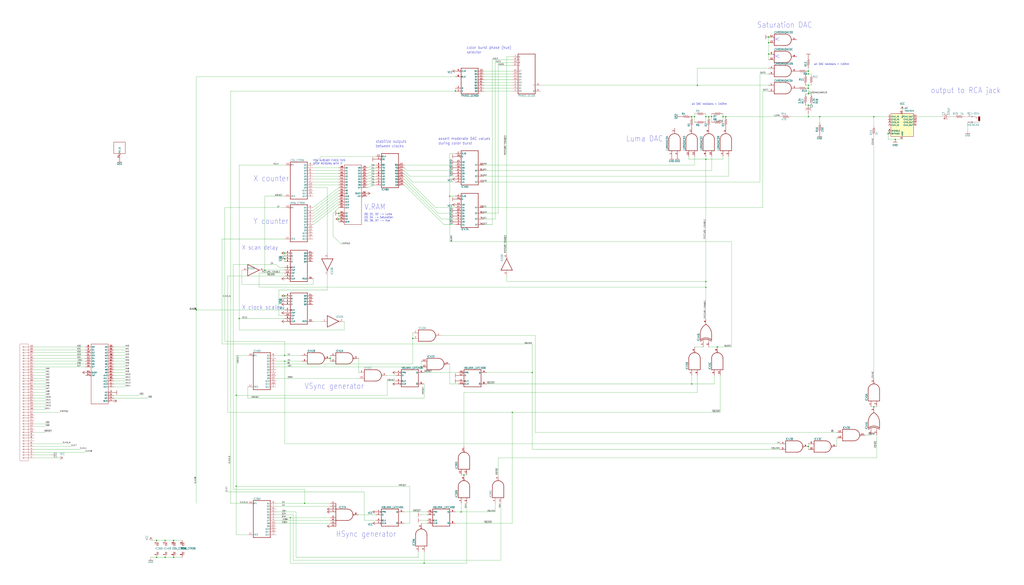
<source format=kicad_sch>
(kicad_sch (version 20230121) (generator eeschema)
  (paper "User" 913.765 522.503)
  (lib_symbols
    (symbol "Amplifier_Video:THS7374"
      (property "Reference" "U" (at -8.89 11.43 0))
      (property "Value" "THS7374" (at 5.08 11.43 0))
      (symbol "THS7374_1_1"
        (pin input line (at -12.7 7.62 0) (length 2.54) (name "CH1_IN") (number "1"))
        (pin power_in line (at 0 12.7 270) (length 2.54) (name "V_{S+}") (number "10"))
        (pin output line (at 12.7 0 180) (length 2.54) (name "CH4_OUT") (number "11"))
        (pin output line (at 12.7 2.54 180) (length 2.54) (name "CH3_OUT") (number "12"))
        (pin output line (at 12.7 5.08 180) (length 2.54) (name "CH2_OUT") (number "13"))
        (pin output line (at 12.7 7.62 180) (length 2.54) (name "CH1_OUT") (number "14"))
        (pin input line (at -12.7 5.08 0) (length 2.54) (name "CH2_IN") (number "2"))
        (pin input line (at -12.7 2.54 0) (length 2.54) (name "CH3_IN") (number "3"))
        (pin input line (at -12.7 0 0) (length 2.54) (name "CH4_IN") (number "4"))
        (pin power_in line (at 0 -12.7 90) (length 2.54) (name "GND") (number "5"))
        (pin input line (at -12.7 -5.08 0) (length 2.54) (name "DISABLE") (number "6"))
        (pin no_connect line (at 10.16 -5.08 180) (length 2.54) hide (name "NC") (number "7"))
        (pin no_connect line (at 10.16 -7.62 180) (length 2.54) hide (name "NC") (number "8"))
        (pin input line (at -12.7 -7.62 0) (length 2.54) (name "BYPASS") (number "9"))
      )
    )
    (symbol "signals-eagle-import:4040N"
      (property "Reference" "IC" (at -1.27 -0.635 0))
      (symbol "4040N_1_0"
        (pin output line (at 12.7 -15.24 180) (length 5.08) (name "Q12") (number "1"))
        (pin input inverted_clock (at -12.7 12.7 0) (length 5.08) (name "P1") (number "10"))
        (pin input line (at -12.7 -15.24 0) (length 5.08) (name "RES") (number "11"))
        (pin output line (at 12.7 -7.62 180) (length 5.08) (name "Q9") (number "12"))
        (pin output line (at 12.7 -5.08 180) (length 5.08) (name "Q8") (number "13"))
        (pin output line (at 12.7 -10.16 180) (length 5.08) (name "Q10") (number "14"))
        (pin output line (at 12.7 -12.7 180) (length 5.08) (name "Q11") (number "15"))
        (pin output line (at 12.7 0 180) (length 5.08) (name "Q6") (number "2"))
        (pin output line (at 12.7 2.54 180) (length 5.08) (name "Q5") (number "3"))
        (pin output line (at 12.7 -2.54 180) (length 5.08) (name "Q7") (number "4"))
        (pin output line (at 12.7 5.08 180) (length 5.08) (name "Q4") (number "5"))
        (pin output line (at 12.7 7.62 180) (length 5.08) (name "Q3") (number "6"))
        (pin output line (at 12.7 10.16 180) (length 5.08) (name "Q2") (number "7"))
        (pin output line (at 12.7 12.7 180) (length 5.08) (name "Q1") (number "9"))
      )
      (symbol "4040N_2_0"
        (text "VDD" (at 1.905 2.54 900) (effects (font (size 1.27 1.0795)) (justify left bottom)))
        (text "VSS" (at 1.905 -5.842 900) (effects (font (size 1.27 1.0795)) (justify left bottom)))
        (pin power_in line (at 0 7.62 270) (length 5.08) (name "VDD") (number "16"))
        (pin power_in line (at 0 -7.62 90) (length 5.08) (name "VSS") (number "8"))
      )
    )
    (symbol "signals-eagle-import:7400N"
      (property "Reference" "IC" (at -0.635 -0.635 0))
      (symbol "7400N_1_0"
        (pin input line (at -12.7 2.54 0) (length 5.08) (name "I0") (number "1"))
        (pin input line (at -12.7 -2.54 0) (length 5.08) (name "I1") (number "2"))
        (pin output inverted (at 12.7 0 180) (length 5.08) (name "O") (number "3"))
      )
      (symbol "7400N_2_0"
        (pin input line (at -12.7 2.54 0) (length 5.08) (name "I0") (number "4"))
        (pin input line (at -12.7 -2.54 0) (length 5.08) (name "I1") (number "5"))
        (pin output inverted (at 12.7 0 180) (length 5.08) (name "O") (number "6"))
      )
      (symbol "7400N_3_0"
        (pin input line (at -12.7 -2.54 0) (length 5.08) (name "I1") (number "10"))
        (pin output inverted (at 12.7 0 180) (length 5.08) (name "O") (number "8"))
        (pin input line (at -12.7 2.54 0) (length 5.08) (name "I0") (number "9"))
      )
      (symbol "7400N_4_0"
        (pin output inverted (at 12.7 0 180) (length 5.08) (name "O") (number "11"))
        (pin input line (at -12.7 2.54 0) (length 5.08) (name "I0") (number "12"))
        (pin input line (at -12.7 -2.54 0) (length 5.08) (name "I1") (number "13"))
      )
      (symbol "7400N_5_0"
        (text "GND" (at 1.905 -7.62 900) (effects (font (size 1.27 1.0795)) (justify left bottom)))
        (text "VCC" (at 1.905 5.08 900) (effects (font (size 1.27 1.0795)) (justify left bottom)))
        (pin power_in line (at 0 10.16 270) (length 7.62) (name "VCC") (number "14"))
        (pin power_in line (at 0 -10.16 90) (length 7.62) (name "GND") (number "7"))
      )
    )
    (symbol "signals-eagle-import:7404N"
      (property "Reference" "IC" (at -0.635 -0.635 0))
      (symbol "7404N_1_0"
        (pin input line (at -10.16 0 0) (length 5.08) (name "I") (number "1"))
        (pin output inverted (at 10.16 0 180) (length 5.08) (name "O") (number "2"))
      )
      (symbol "7404N_2_0"
        (pin input line (at -10.16 0 0) (length 5.08) (name "I") (number "3"))
        (pin output inverted (at 10.16 0 180) (length 5.08) (name "O") (number "4"))
      )
      (symbol "7404N_3_0"
        (pin input line (at -10.16 0 0) (length 5.08) (name "I") (number "5"))
        (pin output inverted (at 10.16 0 180) (length 5.08) (name "O") (number "6"))
      )
      (symbol "7404N_4_0"
        (pin output inverted (at 10.16 0 180) (length 5.08) (name "O") (number "8"))
        (pin input line (at -10.16 0 0) (length 5.08) (name "I") (number "9"))
      )
      (symbol "7404N_5_0"
        (pin output inverted (at 10.16 0 180) (length 5.08) (name "O") (number "10"))
        (pin input line (at -10.16 0 0) (length 5.08) (name "I") (number "11"))
      )
      (symbol "7404N_6_0"
        (pin output inverted (at 10.16 0 180) (length 5.08) (name "O") (number "12"))
        (pin input line (at -10.16 0 0) (length 5.08) (name "I") (number "13"))
      )
      (symbol "7404N_7_0"
        (text "GND" (at 1.905 -7.62 900) (effects (font (size 1.27 1.0795)) (justify left bottom)))
        (text "VCC" (at 1.905 5.08 900) (effects (font (size 1.27 1.0795)) (justify left bottom)))
        (pin power_in line (at 0 10.16 270) (length 7.62) (name "VCC") (number "14"))
        (pin power_in line (at 0 -10.16 90) (length 7.62) (name "GND") (number "7"))
      )
    )
    (symbol "signals-eagle-import:7408N"
      (property "Reference" "IC" (at -0.635 -0.635 0))
      (symbol "7408N_1_0"
        (pin input line (at -12.7 2.54 0) (length 5.08) (name "I0") (number "1"))
        (pin input line (at -12.7 -2.54 0) (length 5.08) (name "I1") (number "2"))
        (pin output line (at 12.7 0 180) (length 5.08) (name "O") (number "3"))
      )
      (symbol "7408N_2_0"
        (pin input line (at -12.7 2.54 0) (length 5.08) (name "I0") (number "4"))
        (pin input line (at -12.7 -2.54 0) (length 5.08) (name "I1") (number "5"))
        (pin output line (at 12.7 0 180) (length 5.08) (name "O") (number "6"))
      )
      (symbol "7408N_3_0"
        (pin input line (at -12.7 -2.54 0) (length 5.08) (name "I1") (number "10"))
        (pin output line (at 12.7 0 180) (length 5.08) (name "O") (number "8"))
        (pin input line (at -12.7 2.54 0) (length 5.08) (name "I0") (number "9"))
      )
      (symbol "7408N_4_0"
        (pin output line (at 12.7 0 180) (length 5.08) (name "O") (number "11"))
        (pin input line (at -12.7 2.54 0) (length 5.08) (name "I0") (number "12"))
        (pin input line (at -12.7 -2.54 0) (length 5.08) (name "I1") (number "13"))
      )
      (symbol "7408N_5_0"
        (text "GND" (at 1.905 -7.62 900) (effects (font (size 1.27 1.0795)) (justify left bottom)))
        (text "VCC" (at 1.905 5.08 900) (effects (font (size 1.27 1.0795)) (justify left bottom)))
        (pin power_in line (at 0 10.16 270) (length 7.62) (name "VCC") (number "14"))
        (pin power_in line (at 0 -10.16 90) (length 7.62) (name "GND") (number "7"))
      )
    )
    (symbol "signals-eagle-import:74151N"
      (property "Reference" "IC" (at -0.635 -0.635 0))
      (symbol "74151N_1_0"
        (pin input line (at -12.7 7.62 0) (length 5.08) (name "D3") (number "1"))
        (pin input line (at -12.7 -10.16 0) (length 5.08) (name "B") (number "10"))
        (pin input line (at -12.7 -7.62 0) (length 5.08) (name "A") (number "11"))
        (pin input line (at -12.7 -2.54 0) (length 5.08) (name "D7") (number "12"))
        (pin input line (at -12.7 0 0) (length 5.08) (name "D6") (number "13"))
        (pin input line (at -12.7 2.54 0) (length 5.08) (name "D5") (number "14"))
        (pin input line (at -12.7 5.08 0) (length 5.08) (name "D4") (number "15"))
        (pin input line (at -12.7 10.16 0) (length 5.08) (name "D2") (number "2"))
        (pin input line (at -12.7 12.7 0) (length 5.08) (name "D1") (number "3"))
        (pin input line (at -12.7 15.24 0) (length 5.08) (name "D0") (number "4"))
        (pin output line (at 12.7 10.16 180) (length 5.08) (name "Y") (number "5"))
        (pin output inverted (at 12.7 15.24 180) (length 5.08) (name "W") (number "6"))
        (pin input inverted (at -12.7 -15.24 0) (length 5.08) (name "G") (number "7"))
        (pin input line (at -12.7 -12.7 0) (length 5.08) (name "C") (number "9"))
      )
      (symbol "74151N_2_0"
        (text "GND" (at 1.905 -7.62 900) (effects (font (size 1.27 1.0795)) (justify left bottom)))
        (text "VCC" (at 1.905 5.08 900) (effects (font (size 1.27 1.0795)) (justify left bottom)))
        (pin power_in line (at 0 10.16 270) (length 7.62) (name "VCC") (number "16"))
        (pin power_in line (at 0 -10.16 90) (length 7.62) (name "GND") (number "8"))
      )
    )
    (symbol "signals-eagle-import:74164N"
      (property "Reference" "IC" (at -0.635 -0.635 0))
      (symbol "74164N_1_0"
        (pin input line (at -12.7 7.62 0) (length 5.08) (name "A") (number "1"))
        (pin output line (at 12.7 -2.54 180) (length 5.08) (name "QE") (number "10"))
        (pin output line (at 12.7 -5.08 180) (length 5.08) (name "QF") (number "11"))
        (pin output line (at 12.7 -7.62 180) (length 5.08) (name "QG") (number "12"))
        (pin output line (at 12.7 -10.16 180) (length 5.08) (name "QH") (number "13"))
        (pin input line (at -12.7 5.08 0) (length 5.08) (name "B") (number "2"))
        (pin output line (at 12.7 7.62 180) (length 5.08) (name "QA") (number "3"))
        (pin output line (at 12.7 5.08 180) (length 5.08) (name "QB") (number "4"))
        (pin output line (at 12.7 2.54 180) (length 5.08) (name "QC") (number "5"))
        (pin output line (at 12.7 0 180) (length 5.08) (name "QD") (number "6"))
        (pin input clock (at -12.7 -5.08 0) (length 5.08) (name "CLK") (number "8"))
        (pin input inverted (at -12.7 -10.16 0) (length 5.08) (name "CLR") (number "9"))
      )
      (symbol "74164N_2_0"
        (text "GND" (at 1.905 -7.62 900) (effects (font (size 1.27 1.0795)) (justify left bottom)))
        (text "VCC" (at 1.905 5.08 900) (effects (font (size 1.27 1.0795)) (justify left bottom)))
        (pin power_in line (at 0 10.16 270) (length 7.62) (name "VCC") (number "14"))
        (pin power_in line (at 0 -10.16 90) (length 7.62) (name "GND") (number "7"))
      )
    )
    (symbol "signals-eagle-import:74257N"
      (property "Reference" "IC" (at -0.635 -0.635 0))
      (symbol "74257N_1_0"
        (pin input line (at -12.7 -12.7 0) (length 5.08) (name "~{A}/B") (number "1"))
        (pin input line (at -12.7 0 0) (length 5.08) (name "3B") (number "10"))
        (pin input line (at -12.7 2.54 0) (length 5.08) (name "3A") (number "11"))
        (pin tri_state line (at 12.7 -2.54 180) (length 5.08) (name "4Y") (number "12"))
        (pin input line (at -12.7 -5.08 0) (length 5.08) (name "4B") (number "13"))
        (pin input line (at -12.7 -2.54 0) (length 5.08) (name "4A") (number "14"))
        (pin input inverted (at -12.7 -10.16 0) (length 5.08) (name "G") (number "15"))
        (pin input line (at -12.7 12.7 0) (length 5.08) (name "1A") (number "2"))
        (pin input line (at -12.7 10.16 0) (length 5.08) (name "1B") (number "3"))
        (pin tri_state line (at 12.7 12.7 180) (length 5.08) (name "1Y") (number "4"))
        (pin input line (at -12.7 7.62 0) (length 5.08) (name "2A") (number "5"))
        (pin input line (at -12.7 5.08 0) (length 5.08) (name "2B") (number "6"))
        (pin tri_state line (at 12.7 7.62 180) (length 5.08) (name "2Y") (number "7"))
        (pin tri_state line (at 12.7 2.54 180) (length 5.08) (name "3Y") (number "9"))
      )
      (symbol "74257N_2_0"
        (text "GND" (at 1.905 -7.62 900) (effects (font (size 1.27 1.0795)) (justify left bottom)))
        (text "VCC" (at 1.905 5.08 900) (effects (font (size 1.27 1.0795)) (justify left bottom)))
        (pin power_in line (at 0 10.16 270) (length 7.62) (name "VCC") (number "16"))
        (pin power_in line (at 0 -10.16 90) (length 7.62) (name "GND") (number "8"))
      )
    )
    (symbol "signals-eagle-import:7430N"
      (property "Reference" "IC" (at -0.635 -0.635 0))
      (symbol "7430N_1_0"
        (pin input line (at -12.7 10.16 0) (length 5.08) (name "I0") (number "1"))
        (pin input line (at -12.7 -7.62 0) (length 5.08) (name "I6") (number "11"))
        (pin input line (at -12.7 -10.16 0) (length 5.08) (name "I7") (number "12"))
        (pin input line (at -12.7 7.62 0) (length 5.08) (name "I1") (number "2"))
        (pin input line (at -12.7 5.08 0) (length 5.08) (name "I2") (number "3"))
        (pin input line (at -12.7 2.54 0) (length 5.08) (name "I3") (number "4"))
        (pin input line (at -12.7 -2.54 0) (length 5.08) (name "I4") (number "5"))
        (pin input line (at -12.7 -5.08 0) (length 5.08) (name "I5") (number "6"))
        (pin output inverted (at 12.7 0 180) (length 5.08) (name "O") (number "8"))
      )
      (symbol "7430N_2_0"
        (text "GND" (at 1.905 -7.62 900) (effects (font (size 1.27 1.0795)) (justify left bottom)))
        (text "VCC" (at 1.905 5.08 900) (effects (font (size 1.27 1.0795)) (justify left bottom)))
        (pin power_in line (at 0 10.16 270) (length 7.62) (name "VCC") (number "14"))
        (pin power_in line (at 0 -10.16 90) (length 7.62) (name "GND") (number "7"))
      )
    )
    (symbol "signals-eagle-import:74564N"
      (property "Reference" "IC" (at -0.635 -0.635 0))
      (symbol "74564N_1_0"
        (pin input inverted (at -12.7 -10.16 0) (length 5.08) (name "OC") (number "1"))
        (pin input clock (at -12.7 -12.7 0) (length 5.08) (name "CLK") (number "11"))
        (pin tri_state inverted (at 12.7 -5.08 180) (length 5.08) (name "8Q") (number "12"))
        (pin tri_state inverted (at 12.7 -2.54 180) (length 5.08) (name "7Q") (number "13"))
        (pin tri_state inverted (at 12.7 0 180) (length 5.08) (name "6Q") (number "14"))
        (pin tri_state inverted (at 12.7 2.54 180) (length 5.08) (name "5Q") (number "15"))
        (pin tri_state inverted (at 12.7 5.08 180) (length 5.08) (name "4Q") (number "16"))
        (pin tri_state inverted (at 12.7 7.62 180) (length 5.08) (name "3Q") (number "17"))
        (pin tri_state inverted (at 12.7 10.16 180) (length 5.08) (name "2Q") (number "18"))
        (pin tri_state inverted (at 12.7 12.7 180) (length 5.08) (name "1Q") (number "19"))
        (pin input line (at -12.7 12.7 0) (length 5.08) (name "1D") (number "2"))
        (pin input line (at -12.7 10.16 0) (length 5.08) (name "2D") (number "3"))
        (pin input line (at -12.7 7.62 0) (length 5.08) (name "3D") (number "4"))
        (pin input line (at -12.7 5.08 0) (length 5.08) (name "4D") (number "5"))
        (pin input line (at -12.7 2.54 0) (length 5.08) (name "5D") (number "6"))
        (pin input line (at -12.7 0 0) (length 5.08) (name "6D") (number "7"))
        (pin input line (at -12.7 -2.54 0) (length 5.08) (name "7D") (number "8"))
        (pin input line (at -12.7 -5.08 0) (length 5.08) (name "8D") (number "9"))
      )
      (symbol "74564N_2_0"
        (text "GND" (at 1.905 -7.62 900) (effects (font (size 1.27 1.0795)) (justify left bottom)))
        (text "VCC" (at 1.905 5.08 900) (effects (font (size 1.27 1.0795)) (justify left bottom)))
        (pin power_in line (at 0 -10.16 90) (length 7.62) (name "GND") (number "10"))
        (pin power_in line (at 0 10.16 270) (length 7.62) (name "VCC") (number "20"))
      )
    )
    (symbol "signals-eagle-import:7474N"
      (property "Reference" "IC" (at -0.635 -0.635 0))
      (symbol "7474N_1_0"
        (pin input inverted (at -12.7 -5.08 0) (length 5.08) (name "CLR") (number "1"))
        (pin input line (at -12.7 2.54 0) (length 5.08) (name "D") (number "2"))
        (pin input clock (at -12.7 -2.54 0) (length 5.08) (name "CLK") (number "3"))
        (pin input inverted (at -12.7 5.08 0) (length 5.08) (name "PRE") (number "4"))
        (pin output line (at 12.7 5.08 180) (length 5.08) (name "Q") (number "5"))
        (pin output line (at 12.7 -5.08 180) (length 5.08) (name "~{Q}") (number "6"))
      )
      (symbol "7474N_2_0"
        (pin input inverted (at -12.7 5.08 0) (length 5.08) (name "PRE") (number "10"))
        (pin input clock (at -12.7 -2.54 0) (length 5.08) (name "CLK") (number "11"))
        (pin input line (at -12.7 2.54 0) (length 5.08) (name "D") (number "12"))
        (pin input inverted (at -12.7 -5.08 0) (length 5.08) (name "CLR") (number "13"))
        (pin output line (at 12.7 -5.08 180) (length 5.08) (name "~{Q}") (number "8"))
        (pin output line (at 12.7 5.08 180) (length 5.08) (name "Q") (number "9"))
      )
      (symbol "7474N_3_0"
        (text "GND" (at 1.905 -7.62 900) (effects (font (size 1.27 1.0795)) (justify left bottom)))
        (text "VCC" (at 1.905 5.08 900) (effects (font (size 1.27 1.0795)) (justify left bottom)))
        (pin power_in line (at 0 10.16 270) (length 7.62) (name "VCC") (number "14"))
        (pin power_in line (at 0 -10.16 90) (length 7.62) (name "GND") (number "7"))
      )
    )
    (symbol "signals-eagle-import:7486N"
      (property "Reference" "IC" (at -0.635 -0.635 0))
      (symbol "7486N_1_0"
        (pin input line (at -12.7 2.54 0) (length 5.08) (name "I0") (number "1"))
        (pin input line (at -12.7 -2.54 0) (length 5.08) (name "I1") (number "2"))
        (pin output line (at 12.7 0 180) (length 5.08) (name "O") (number "3"))
      )
      (symbol "7486N_2_0"
        (pin input line (at -12.7 2.54 0) (length 5.08) (name "I0") (number "4"))
        (pin input line (at -12.7 -2.54 0) (length 5.08) (name "I1") (number "5"))
        (pin output line (at 12.7 0 180) (length 5.08) (name "O") (number "6"))
      )
      (symbol "7486N_3_0"
        (pin input line (at -12.7 -2.54 0) (length 5.08) (name "I1") (number "10"))
        (pin output line (at 12.7 0 180) (length 5.08) (name "O") (number "8"))
        (pin input line (at -12.7 2.54 0) (length 5.08) (name "I0") (number "9"))
      )
      (symbol "7486N_4_0"
        (pin output line (at 12.7 0 180) (length 5.08) (name "O") (number "11"))
        (pin input line (at -12.7 2.54 0) (length 5.08) (name "I0") (number "12"))
        (pin input line (at -12.7 -2.54 0) (length 5.08) (name "I1") (number "13"))
      )
      (symbol "7486N_5_0"
        (text "GND" (at 1.905 -7.62 900) (effects (font (size 1.27 1.0795)) (justify left bottom)))
        (text "VCC" (at 1.905 5.08 900) (effects (font (size 1.27 1.0795)) (justify left bottom)))
        (pin power_in line (at 0 10.16 270) (length 7.62) (name "VCC") (number "14"))
        (pin power_in line (at 0 -10.16 90) (length 7.62) (name "GND") (number "7"))
      )
    )
    (symbol "signals-eagle-import:74HC161"
      (symbol "74HC161_1_0"
        (pin input inverted (at -12.7 -12.7 0) (length 5.08) (name "CLR") (number "1"))
        (pin input line (at -12.7 -7.62 0) (length 5.08) (name "ENT") (number "10"))
        (pin output line (at 12.7 2.54 180) (length 5.08) (name "QD") (number "11"))
        (pin output line (at 12.7 5.08 180) (length 5.08) (name "QC") (number "12"))
        (pin output line (at 12.7 7.62 180) (length 5.08) (name "QB") (number "13"))
        (pin output line (at 12.7 10.16 180) (length 5.08) (name "QA") (number "14"))
        (pin output line (at 12.7 -12.7 180) (length 5.08) (name "RCO") (number "15"))
        (pin input clock (at -12.7 -2.54 0) (length 5.08) (name "CLK") (number "2"))
        (pin input line (at -12.7 10.16 0) (length 5.08) (name "A") (number "3"))
        (pin input line (at -12.7 7.62 0) (length 5.08) (name "B") (number "4"))
        (pin input line (at -12.7 5.08 0) (length 5.08) (name "C") (number "5"))
        (pin input line (at -12.7 2.54 0) (length 5.08) (name "D") (number "6"))
        (pin input line (at -12.7 -5.08 0) (length 5.08) (name "ENP") (number "7"))
        (pin input inverted (at -12.7 -10.16 0) (length 5.08) (name "LD") (number "9"))
      )
      (symbol "74HC161_2_0"
        (pin power_in line (at 0 12.7 270) (length 5.08) (name "VCC") (number "16"))
        (pin power_in line (at 0 -10.16 90) (length 5.08) (name "GND") (number "8"))
      )
    )
    (symbol "signals-eagle-import:C-US050-024X044"
      (property "Reference" "C" (at 1.016 0.635 0))
      (symbol "C-US050-024X044_1_0"
        (pin passive line (at 0 2.54 270) (length 2.54) (name "1") (number "1"))
        (pin passive line (at 0 -5.08 90) (length 2.54) (name "2") (number "2"))
      )
    )
    (symbol "signals-eagle-import:CPOL-USE2,5-6E"
      (property "Reference" "C" (at 1.016 0.635 0))
      (symbol "CPOL-USE2,5-6E_1_0"
        (pin passive line (at 0 2.54 270) (length 2.54) (name "+") (number "+"))
        (pin passive line (at 0 -5.08 90) (length 2.54) (name "-") (number "-"))
      )
    )
    (symbol "signals-eagle-import:GND" (power)
      (property "Value" "GND" (at -2.54 -2.54 0))
      (symbol "GND_1_0"
        (pin power_in line (at 0 2.54 270) (length 2.54) (name "GND") (number "1"))
      )
    )
    (symbol "signals-eagle-import:PDPRAM_32K_V2"
      (symbol "PDPRAM_32K_V2_1_0"
        (pin input line (at -12.7 -10.16 0) (length 5.08) (name "A13") (number "1"))
        (pin bidirectional line (at 12.7 17.78 180) (length 5.08) (name "D2") (number "10"))
        (pin bidirectional line (at 12.7 15.24 180) (length 5.08) (name "D3") (number "11"))
        (pin bidirectional line (at 12.7 12.7 180) (length 5.08) (name "D4") (number "12"))
        (pin bidirectional line (at 12.7 10.16 180) (length 5.08) (name "D5") (number "13"))
        (pin bidirectional line (at 12.7 7.62 180) (length 5.08) (name "D6") (number "15"))
        (pin bidirectional line (at 12.7 5.08 180) (length 5.08) (name "D7") (number "16"))
        (pin input line (at -12.7 -12.7 0) (length 5.08) (name "A14") (number "2"))
        (pin input inverted (at -12.7 -17.78 0) (length 5.08) (name "CE") (number "3"))
        (pin bidirectional inverted (at -12.7 -25.4 0) (length 5.08) (name "SEM") (number "4"))
        (pin bidirectional inverted (at -12.7 -22.86 0) (length 5.08) (name "WE") (number "5"))
        (pin bidirectional inverted (at 12.7 0 180) (length 5.08) (name "BUSY") (number "53"))
        (pin output inverted (at 12.7 -2.54 180) (length 5.08) (name "INT") (number "54"))
        (pin input line (at -12.7 22.86 0) (length 5.08) (name "A0") (number "55"))
        (pin input line (at -12.7 20.32 0) (length 5.08) (name "A1") (number "56"))
        (pin input line (at -12.7 17.78 0) (length 5.08) (name "A2") (number "57"))
        (pin input line (at -12.7 15.24 0) (length 5.08) (name "A3") (number "58"))
        (pin input line (at -12.7 12.7 0) (length 5.08) (name "A4") (number "59"))
        (pin input inverted (at -12.7 -20.32 0) (length 5.08) (name "OE") (number "6"))
        (pin input line (at -12.7 10.16 0) (length 5.08) (name "A5") (number "60"))
        (pin input line (at -12.7 7.62 0) (length 5.08) (name "A6") (number "61"))
        (pin input line (at -12.7 5.08 0) (length 5.08) (name "A7") (number "62"))
        (pin input line (at -12.7 2.54 0) (length 5.08) (name "A8") (number "63"))
        (pin input line (at -12.7 0 0) (length 5.08) (name "A9") (number "64"))
        (pin input line (at -12.7 -2.54 0) (length 5.08) (name "A10") (number "65"))
        (pin input line (at -12.7 -5.08 0) (length 5.08) (name "A11") (number "66"))
        (pin input line (at -12.7 -7.62 0) (length 5.08) (name "A12") (number "67"))
        (pin bidirectional line (at 12.7 22.86 180) (length 5.08) (name "D0") (number "8"))
        (pin bidirectional line (at 12.7 20.32 180) (length 5.08) (name "D1") (number "9"))
      )
      (symbol "PDPRAM_32K_V2_2_0"
        (pin bidirectional line (at 12.7 22.86 180) (length 5.08) (name "D0") (number "19"))
        (pin bidirectional line (at 12.7 20.32 180) (length 5.08) (name "D1") (number "20"))
        (pin bidirectional line (at 12.7 17.78 180) (length 5.08) (name "D2") (number "21"))
        (pin bidirectional line (at 12.7 15.24 180) (length 5.08) (name "D3") (number "23"))
        (pin bidirectional line (at 12.7 12.7 180) (length 5.08) (name "D4") (number "24"))
        (pin bidirectional line (at 12.7 10.16 180) (length 5.08) (name "D5") (number "25"))
        (pin bidirectional line (at 12.7 7.62 180) (length 5.08) (name "D6") (number "26"))
        (pin bidirectional line (at 12.7 5.08 180) (length 5.08) (name "D7") (number "27"))
        (pin input inverted (at -12.7 -20.32 0) (length 5.08) (name "OE") (number "29"))
        (pin bidirectional inverted (at -12.7 -22.86 0) (length 5.08) (name "WE") (number "30"))
        (pin bidirectional inverted (at -12.7 -25.4 0) (length 5.08) (name "SEM") (number "31"))
        (pin input inverted (at -12.7 -17.78 0) (length 5.08) (name "CE") (number "32"))
        (pin input line (at -12.7 -12.7 0) (length 5.08) (name "A14") (number "33"))
        (pin input line (at -12.7 -10.16 0) (length 5.08) (name "A13") (number "34"))
        (pin input line (at -12.7 -7.62 0) (length 5.08) (name "A12") (number "36"))
        (pin input line (at -12.7 -5.08 0) (length 5.08) (name "A11") (number "37"))
        (pin input line (at -12.7 -2.54 0) (length 5.08) (name "A10") (number "38"))
        (pin input line (at -12.7 0 0) (length 5.08) (name "A9") (number "39"))
        (pin input line (at -12.7 2.54 0) (length 5.08) (name "A8") (number "40"))
        (pin input line (at -12.7 5.08 0) (length 5.08) (name "A7") (number "41"))
        (pin input line (at -12.7 7.62 0) (length 5.08) (name "A6") (number "42"))
        (pin input line (at -12.7 10.16 0) (length 5.08) (name "A5") (number "43"))
        (pin input line (at -12.7 12.7 0) (length 5.08) (name "A4") (number "44"))
        (pin input line (at -12.7 15.24 0) (length 5.08) (name "A3") (number "45"))
        (pin input line (at -12.7 17.78 0) (length 5.08) (name "A2") (number "46"))
        (pin input line (at -12.7 20.32 0) (length 5.08) (name "A1") (number "47"))
        (pin input line (at -12.7 22.86 0) (length 5.08) (name "A0") (number "48"))
        (pin output inverted (at 12.7 -2.54 180) (length 5.08) (name "INT") (number "49"))
        (pin bidirectional inverted (at 12.7 0 180) (length 5.08) (name "BUSY") (number "50"))
      )
      (symbol "PDPRAM_32K_V2_3_0"
        (pin power_in line (at 0 -10.16 90) (length 5.08) (name "GND") (number "14"))
        (pin power_in line (at 0 12.7 270) (length 5.08) (name "VCC") (number "17"))
        (pin power_in line (at 0 -10.16 90) (length 5.08) (name "GND") (number "18"))
        (pin power_in line (at 0 12.7 270) (length 5.08) (name "VCC") (number "22"))
        (pin power_in line (at 0 -10.16 90) (length 5.08) (name "GND") (number "35"))
        (pin power_in line (at 0 -10.16 90) (length 5.08) (name "GND") (number "52"))
      )
      (symbol "PDPRAM_32K_V2_4_0"
        (pin input inverted (at -10.16 0 0) (length 5.08) (name "M/_S") (number "51"))
      )
    )
    (symbol "signals-eagle-import:R-US_0204/7"
      (property "Reference" "R" (at -3.81 1.4986 0))
      (symbol "R-US_0204/7_1_0"
        (pin passive line (at -5.08 0 0) (length 2.54) (name "1") (number "1"))
        (pin passive line (at 5.08 0 180) (length 2.54) (name "2") (number "2"))
      )
    )
    (symbol "signals-eagle-import:R-US_0207/2V"
      (property "Reference" "R" (at -3.81 1.4986 0))
      (symbol "R-US_0207/2V_1_0"
        (pin passive line (at -5.08 0 0) (length 2.54) (name "1") (number "1"))
        (pin passive line (at 5.08 0 180) (length 2.54) (name "2") (number "2"))
      )
    )
    (symbol "signals-eagle-import:RCJ-014"
      (property "Reference" "J" (at -2.5442 3.8163 0))
      (symbol "RCJ-014_1_0"
        (pin passive line (at 7.62 2.54 180) (length 2.54) (name "1") (number "1A"))
        (pin passive line (at 7.62 2.54 180) (length 2.54) (name "1") (number "1B"))
        (pin passive line (at 7.62 2.54 180) (length 2.54) (name "1") (number "1C"))
        (pin passive line (at 7.62 -2.54 180) (length 2.54) (name "2") (number "2"))
      )
    )
    (symbol "signals-eagle-import:TX24-40R-12ST-H1E"
      (symbol "TX24-40R-12ST-H1E_1_0"
        (pin passive line (at 0 0 0) (length 5.08) (name "1") (number "1"))
        (pin passive line (at 0 -22.86 0) (length 5.08) (name "10") (number "10"))
        (pin passive line (at 0 -25.4 0) (length 5.08) (name "11") (number "11"))
        (pin passive line (at 0 -27.94 0) (length 5.08) (name "12") (number "12"))
        (pin passive line (at 0 -30.48 0) (length 5.08) (name "13") (number "13"))
        (pin passive line (at 0 -33.02 0) (length 5.08) (name "14") (number "14"))
        (pin passive line (at 0 -35.56 0) (length 5.08) (name "15") (number "15"))
        (pin passive line (at 0 -38.1 0) (length 5.08) (name "16") (number "16"))
        (pin passive line (at 0 -40.64 0) (length 5.08) (name "17") (number "17"))
        (pin passive line (at 0 -43.18 0) (length 5.08) (name "18") (number "18"))
        (pin passive line (at 0 -45.72 0) (length 5.08) (name "19") (number "19"))
        (pin passive line (at 0 -2.54 0) (length 5.08) (name "2") (number "2"))
        (pin passive line (at 0 -48.26 0) (length 5.08) (name "20") (number "20"))
        (pin passive line (at 0 -50.8 0) (length 5.08) (name "21") (number "21"))
        (pin passive line (at 0 -53.34 0) (length 5.08) (name "22") (number "22"))
        (pin passive line (at 0 -55.88 0) (length 5.08) (name "23") (number "23"))
        (pin passive line (at 0 -58.42 0) (length 5.08) (name "24") (number "24"))
        (pin passive line (at 0 -60.96 0) (length 5.08) (name "25") (number "25"))
        (pin passive line (at 0 -63.5 0) (length 5.08) (name "26") (number "26"))
        (pin passive line (at 0 -66.04 0) (length 5.08) (name "27") (number "27"))
        (pin passive line (at 0 -68.58 0) (length 5.08) (name "28") (number "28"))
        (pin passive line (at 0 -71.12 0) (length 5.08) (name "29") (number "29"))
        (pin passive line (at 0 -5.08 0) (length 5.08) (name "3") (number "3"))
        (pin passive line (at 0 -73.66 0) (length 5.08) (name "30") (number "30"))
        (pin passive line (at 0 -76.2 0) (length 5.08) (name "31") (number "31"))
        (pin passive line (at 0 -78.74 0) (length 5.08) (name "32") (number "32"))
        (pin passive line (at 0 -81.28 0) (length 5.08) (name "33") (number "33"))
        (pin passive line (at 0 -83.82 0) (length 5.08) (name "34") (number "34"))
        (pin passive line (at 0 -86.36 0) (length 5.08) (name "35") (number "35"))
        (pin passive line (at 0 -88.9 0) (length 5.08) (name "36") (number "36"))
        (pin passive line (at 0 -91.44 0) (length 5.08) (name "37") (number "37"))
        (pin passive line (at 0 -93.98 0) (length 5.08) (name "38") (number "38"))
        (pin passive line (at 0 -96.52 0) (length 5.08) (name "39") (number "39"))
        (pin passive line (at 0 -7.62 0) (length 5.08) (name "4") (number "4"))
        (pin passive line (at 0 -99.06 0) (length 5.08) (name "40") (number "40"))
        (pin passive line (at 0 -10.16 0) (length 5.08) (name "5") (number "5"))
        (pin passive line (at 0 -12.7 0) (length 5.08) (name "6") (number "6"))
        (pin passive line (at 0 -15.24 0) (length 5.08) (name "7") (number "7"))
        (pin passive line (at 0 -17.78 0) (length 5.08) (name "8") (number "8"))
        (pin passive line (at 0 -20.32 0) (length 5.08) (name "9") (number "9"))
      )
    )
    (symbol "signals-eagle-import:VCC" (power)
      (property "Value" "VCC" (at -2.54 -2.54 90))
      (symbol "VCC_1_0"
        (pin power_in line (at 0 -2.54 90) (length 2.54) (name "VCC") (number "1"))
      )
    )
  )
  (junction (at 411.48 457.2))
  (junction (at 721.36 93.98))
  (junction (at 640.08 309.88))
  (junction (at 302.26 195.58))
  (junction (at 139.7 497.84))
  (junction (at -317.5 154.94))
  (junction (at 378.46 502.92))
  (junction (at -370.84 231.14))
  (junction (at 731.52 104.14))
  (junction (at 254 317.5))
  (junction (at 629.92 104.14))
  (junction (at -391.16 140.97))
  (junction (at -340.36 168.91))
  (junction (at -317.5 161.29))
  (junction (at -370.84 166.37))
  (junction (at 302.26 190.5))
  (junction (at 721.36 398.78))
  (junction (at 685.8 38.1))
  (junction (at 147.32 482.6))
  (junction (at 271.78 449.58))
  (junction (at -370.84 238.76))
  (junction (at -370.84 243.84))
  (junction (at 147.32 497.84))
  (junction (at 645.16 104.14))
  (junction (at 647.7 104.14))
  (junction (at -391.16 248.92))
  (junction (at 375.92 327.66))
  (junction (at -391.16 200.66))
  (junction (at 632.46 104.14))
  (junction (at -391.16 154.94))
  (junction (at -391.16 231.14))
  (junction (at -340.36 161.29))
  (junction (at -370.84 119.38))
  (junction (at 254 264.16))
  (junction (at 721.36 66.04))
  (junction (at -391.16 243.84))
  (junction (at 414.02 424.18))
  (junction (at 721.36 83.82))
  (junction (at 210.82 353.06))
  (junction (at -370.84 200.66))
  (junction (at 210.82 434.34))
  (junction (at 721.36 63.5))
  (junction (at 619.76 104.14))
  (junction (at -391.16 224.79))
  (junction (at -391.16 238.76))
  (junction (at 401.32 175.26))
  (junction (at -370.84 140.97))
  (junction (at 236.22 241.3))
  (junction (at 622.3 76.2))
  (junction (at -370.84 184.15))
  (junction (at -370.84 154.94))
  (junction (at 154.94 482.6))
  (junction (at 154.94 497.84))
  (junction (at 779.78 104.14))
  (junction (at 254 226.06))
  (junction (at 721.36 76.2))
  (junction (at -391.16 217.17))
  (junction (at 721.36 78.74))
  (junction (at -391.16 166.37))
  (junction (at 368.3 302.26))
  (junction (at 457.2 368.3))
  (junction (at 629.92 256.54))
  (junction (at -391.16 175.26))
  (junction (at 721.36 104.14))
  (junction (at 629.92 142.24))
  (junction (at -370.84 129.54))
  (junction (at 213.36 284.48))
  (junction (at 294.64 320.04))
  (junction (at -391.16 209.55))
  (junction (at 254 231.14))
  (junction (at -391.16 193.04))
  (junction (at 798.83 124.46))
  (junction (at -391.16 184.15))
  (junction (at 792.48 119.38))
  (junction (at 254 322.58))
  (junction (at 629.92 251.46))
  (junction (at 685.8 48.26))
  (junction (at -370.84 193.04))
  (junction (at 685.8 33.02))
  (junction (at 139.7 482.6))
  (junction (at 175.26 276.86))
  (junction (at 779.78 363.22))
  (junction (at 635 104.14))
  (junction (at 406.4 81.28))
  (junction (at 617.22 342.9))
  (junction (at 617.22 104.14))
  (junction (at -391.16 129.54))
  (junction (at 474.98 332.74))
  (junction (at 259.08 462.28))
  (junction (at -370.84 217.17))
  (junction (at -370.84 224.79))
  (junction (at -370.84 209.55))
  (junction (at -370.84 175.26))
  (wire (pts (xy 792.48 116.84) (xy 792.48 119.38)))
  (wire (pts (xy 411.48 457.2) (xy 411.48 449.58)) (stroke (width 0.1524)))
  (wire (pts (xy 279.4 287.02) (xy 287.02 287.02)) (stroke (width 0.1524)))
  (wire (pts (xy 381 459.74) (xy 375.92 459.74)) (stroke (width 0.1524)))
  (wire (pts (xy -370.84 193.04) (xy -370.84 200.66)))
  (wire (pts (xy 474.98 401.32) (xy 474.98 332.74)) (stroke (width 0.1524)))
  (wire (pts (xy 652.78 215.9) (xy 401.32 215.9)) (stroke (width 0.1524)))
  (wire (pts (xy 622.3 76.2) (xy 482.6 76.2)) (stroke (width 0.1524)))
  (wire (pts (xy 721.36 104.14) (xy 731.52 104.14)) (stroke (width 0.1524)))
  (wire (pts (xy 327.66 162.56) (xy 335.28 160.02)) (stroke (width 0.1524)))
  (wire (pts (xy 650.24 157.48) (xy 650.24 139.7)) (stroke (width 0.1524)))
  (wire (pts (xy 111.76 322.58) (xy 101.6 322.58)) (stroke (width 0.1524)))
  (wire (pts (xy 375.92 327.66) (xy 246.38 327.66)) (stroke (width 0.1524)))
  (wire (pts (xy 406.4 137.16) (xy 401.32 137.16)) (stroke (width 0.1524)))
  (wire (pts (xy 307.34 294.64) (xy 213.36 294.64)) (stroke (width 0.1524)))
  (wire (pts (xy 629.92 104.14) (xy 632.46 104.14)) (stroke (width 0.1524)))
  (wire (pts (xy 231.14 256.54) (xy 629.92 256.54)) (stroke (width 0.1524)))
  (wire (pts (xy 213.36 284.48) (xy 213.36 147.32)) (stroke (width 0.1524)))
  (wire (pts (xy 721.36 83.82) (xy 723.9 83.82)) (stroke (width 0.1524)))
  (wire (pts (xy 231.14 243.84) (xy 231.14 256.54)) (stroke (width 0.1524)))
  (wire (pts (xy 111.76 330.2) (xy 101.6 330.2)) (stroke (width 0.1524)))
  (wire (pts (xy 264.16 457.2) (xy 246.38 457.2)) (stroke (width 0.1524)))
  (wire (pts (xy 622.3 60.96) (xy 622.3 76.2)) (stroke (width 0.1524)))
  (wire (pts (xy 248.92 238.76) (xy 246.38 236.22)) (stroke (width 0.1524)))
  (wire (pts (xy 327.66 167.64) (xy 335.28 165.1)) (stroke (width 0.1524)))
  (wire (pts (xy 721.36 78.74) (xy 721.36 83.82)) (stroke (width 0.1524)))
  (wire (pts (xy 721.36 66.04) (xy 723.9 66.04)) (stroke (width 0.1524)))
  (wire (pts (xy -391.16 166.37) (xy -391.16 175.26)))
  (wire (pts (xy 111.76 312.42) (xy 101.6 312.42)) (stroke (width 0.1524)))
  (wire (pts (xy 457.2 68.58) (xy 431.8 68.58)) (stroke (width 0.1524)))
  (wire (pts (xy 254 322.58) (xy 269.24 322.58)) (stroke (width 0.1524)))
  (wire (pts (xy 111.76 337.82) (xy 101.6 337.82)) (stroke (width 0.1524)))
  (wire (pts (xy 254 231.14) (xy 254 233.68)) (stroke (width 0.1524)))
  (wire (pts (xy 373.38 497.84) (xy 264.16 497.84)) (stroke (width 0.1524)))
  (wire (pts (xy 414.02 350.52) (xy 622.3 350.52)) (stroke (width 0.1524)))
  (wire (pts (xy 457.2 467.36) (xy 457.2 368.3)) (stroke (width 0.1524)))
  (wire (pts (xy 721.36 66.04) (xy 718.82 66.04)) (stroke (width 0.1524)))
  (wire (pts (xy 635 109.22) (xy 635 104.14)) (stroke (width 0.1524)))
  (wire (pts (xy 279.4 167.64) (xy 292.1 167.64)) (stroke (width 0.1524)))
  (wire (pts (xy 365.76 467.36) (xy 360.68 467.36)) (stroke (width 0.1524)))
  (wire (pts (xy 246.38 236.22) (xy 208.28 236.22)) (stroke (width 0.1524)))
  (wire (pts (xy 474.98 332.74) (xy 434.34 332.74)) (stroke (width 0.1524)))
  (wire (pts (xy 629.92 101.6) (xy 629.92 104.14)) (stroke (width 0.1524)))
  (wire (pts (xy 353.06 335.28) (xy 345.44 335.28)) (stroke (width 0.1524)))
  (wire (pts (xy 30.48 317.5) (xy 76.2 317.5)) (stroke (width 0.1524)))
  (wire (pts (xy 457.2 63.5) (xy 431.8 63.5)) (stroke (width 0.1524)))
  (wire (pts (xy 327.66 149.86) (xy 335.28 147.32)) (stroke (width 0.1524)))
  (wire (pts (xy 452.12 251.46) (xy 629.92 251.46)) (stroke (width 0.1524)))
  (wire (pts (xy 718.82 93.98) (xy 721.36 93.98)) (stroke (width 0.1524)))
  (wire (pts (xy 279.4 154.94) (xy 302.26 154.94)) (stroke (width 0.1524)))
  (wire (pts (xy 254 226.06) (xy 254 228.6)) (stroke (width 0.1524)))
  (wire (pts (xy -317.5 154.94) (xy -317.5 161.29)))
  (wire (pts (xy 220.98 477.52) (xy 210.82 477.52)) (stroke (width 0.1524)))
  (wire (pts (xy 345.44 340.36) (xy 345.44 353.06)) (stroke (width 0.1524)))
  (wire (pts (xy 617.22 342.9) (xy 637.54 342.9)) (stroke (width 0.1524)))
  (wire (pts (xy 792.48 124.46) (xy 798.83 124.46)))
  (wire (pts (xy 360.68 160.02) (xy 391.16 190.5)) (stroke (width 0.1524)))
  (wire (pts (xy 40.64 330.2) (xy 30.48 330.2)) (stroke (width 0.1524)))
  (wire (pts (xy 292.1 259.08) (xy 248.92 259.08)) (stroke (width 0.1524)))
  (wire (pts (xy 441.96 195.58) (xy 431.8 195.58)) (stroke (width 0.1524)))
  (wire (pts (xy 695.96 401.32) (xy 474.98 401.32)) (stroke (width 0.1524)))
  (wire (pts (xy -340.36 168.91) (xy -340.36 170.18)))
  (wire (pts (xy -370.84 166.37) (xy -370.84 175.26)))
  (wire (pts (xy 271.78 449.58) (xy 246.38 449.58)) (stroke (width 0.1524)))
  (wire (pts (xy 279.4 198.12) (xy 302.26 180.34)) (stroke (width 0.1524)))
  (wire (pts (xy 236.22 175.26) (xy 236.22 241.3)) (stroke (width 0.1524)))
  (wire (pts (xy 248.92 259.08) (xy 248.92 281.94)) (stroke (width 0.1524)))
  (wire (pts (xy 139.7 482.6) (xy 147.32 482.6)) (stroke (width 0.1524)))
  (wire (pts (xy 111.76 314.96) (xy 101.6 314.96)) (stroke (width 0.1524)))
  (wire (pts (xy -391.16 217.17) (xy -391.16 224.79)))
  (wire (pts (xy 779.78 121.92) (xy 779.78 337.82)) (stroke (width 0.1524)))
  (wire (pts (xy 111.76 335.28) (xy 101.6 335.28)) (stroke (width 0.1524)))
  (wire (pts (xy -391.16 175.26) (xy -391.16 184.15)))
  (wire (pts (xy 215.9 241.3) (xy 215.9 254)) (stroke (width 0.1524)))
  (wire (pts (xy 645.16 109.22) (xy 645.16 104.14)) (stroke (width 0.1524)))
  (wire (pts (xy 40.64 353.06) (xy 30.48 353.06)) (stroke (width 0.1524)))
  (wire (pts (xy -340.36 154.94) (xy -340.36 161.29)))
  (wire (pts (xy -391.16 119.38) (xy -391.16 129.54)))
  (wire (pts (xy 246.38 464.82) (xy 294.64 464.82)) (stroke (width 0.1524)))
  (wire (pts (xy 294.64 317.5) (xy 294.64 320.04)) (stroke (width 0.1524)))
  (wire (pts (xy 619.76 101.6) (xy 619.76 104.14)) (stroke (width 0.1524)))
  (wire (pts (xy 439.42 200.66) (xy 439.42 53.34)) (stroke (width 0.1524)))
  (wire (pts (xy 635 139.7) (xy 635 152.4)) (stroke (width 0.1524)))
  (wire (pts (xy 246.38 317.5) (xy 254 317.5)) (stroke (width 0.1524)))
  (wire (pts (xy 40.64 337.82) (xy 30.48 337.82)) (stroke (width 0.1524)))
  (wire (pts (xy 632.46 309.88) (xy 640.08 309.88)) (stroke (width 0.1524)))
  (wire (pts (xy 360.68 457.2) (xy 381 457.2)) (stroke (width 0.1524)))
  (wire (pts (xy 731.52 104.14) (xy 779.78 104.14)) (stroke (width 0.1524)))
  (wire (pts (xy 444.5 58.42) (xy 457.2 58.42)) (stroke (width 0.1524)))
  (wire (pts (xy 30.48 408.94) (xy 53.34 408.94)) (stroke (width 0.1524)))
  (wire (pts (xy 411.48 424.18) (xy 414.02 424.18)) (stroke (width 0.1524)))
  (wire (pts (xy 220.98 449.58) (xy 205.74 449.58)) (stroke (width 0.1524)))
  (wire (pts (xy 721.36 63.5) (xy 721.36 66.04)) (stroke (width 0.1524)))
  (wire (pts (xy -370.84 184.15) (xy -370.84 193.04)))
  (wire (pts (xy 154.94 497.84) (xy 162.56 497.84)) (stroke (width 0.1524)))
  (wire (pts (xy 685.8 48.26) (xy 685.8 53.34)) (stroke (width 0.1524)))
  (wire (pts (xy -370.84 119.38) (xy -370.84 129.54)))
  (wire (pts (xy 198.12 307.34) (xy 474.98 307.34)) (stroke (width 0.1524)))
  (wire (pts (xy 685.8 60.96) (xy 622.3 60.96)) (stroke (width 0.1524)))
  (wire (pts (xy 325.12 464.82) (xy 335.28 464.82)) (stroke (width 0.1524)))
  (wire (pts (xy 111.76 327.66) (xy 101.6 327.66)) (stroke (width 0.1524)))
  (wire (pts (xy 259.08 462.28) (xy 294.64 462.28)) (stroke (width 0.1524)))
  (wire (pts (xy 360.68 152.4) (xy 365.76 157.48)) (stroke (width 0.1524)))
  (wire (pts (xy 254 276.86) (xy 175.26 276.86)) (stroke (width 0.1524)))
  (wire (pts (xy 254 396.24) (xy 695.96 396.24)) (stroke (width 0.1524)))
  (wire (pts (xy 378.46 332.74) (xy 408.94 332.74)) (stroke (width 0.1524)))
  (wire (pts (xy 447.04 500.38) (xy 261.62 500.38)) (stroke (width 0.1524)))
  (wire (pts (xy 619.76 309.88) (xy 627.38 309.88)) (stroke (width 0.1524)))
  (wire (pts (xy 210.82 434.34) (xy 365.76 434.34)) (stroke (width 0.1524)))
  (wire (pts (xy 721.36 396.24) (xy 721.36 398.78)) (stroke (width 0.1524)))
  (wire (pts (xy 388.62 185.42) (xy 406.4 185.42)) (stroke (width 0.1524)))
  (wire (pts (xy 205.74 449.58) (xy 205.74 81.28)) (stroke (width 0.1524)))
  (wire (pts (xy 685.8 33.02) (xy 685.8 38.1)) (stroke (width 0.1524)))
  (wire (pts (xy 629.92 142.24) (xy 629.92 139.7)) (stroke (width 0.1524)))
  (wire (pts (xy 414.02 424.18) (xy 416.56 424.18)) (stroke (width 0.1524)))
  (wire (pts (xy 215.9 254) (xy 279.4 254)) (stroke (width 0.1524)))
  (wire (pts (xy -370.84 238.76) (xy -370.84 243.84)))
  (wire (pts (xy 208.28 436.88) (xy 271.78 436.88)) (stroke (width 0.1524)))
  (wire (pts (xy -391.16 140.97) (xy -391.16 154.94)))
  (wire (pts (xy 279.4 187.96) (xy 302.26 170.18)) (stroke (width 0.1524)))
  (wire (pts (xy 365.76 157.48) (xy 406.4 157.48)) (stroke (width 0.1524)))
  (wire (pts (xy 444.5 190.5) (xy 444.5 58.42)) (stroke (width 0.1524)))
  (wire (pts (xy 203.2 368.3) (xy 457.2 368.3)) (stroke (width 0.1524)))
  (wire (pts (xy 200.66 304.8) (xy 200.66 185.42)) (stroke (width 0.1524)))
  (wire (pts (xy 279.4 152.4) (xy 302.26 152.4)) (stroke (width 0.1524)))
  (wire (pts (xy 254 175.26) (xy 236.22 175.26)) (stroke (width 0.1524)))
  (wire (pts (xy 441.96 55.88) (xy 457.2 55.88)) (stroke (width 0.1524)))
  (wire (pts (xy 30.48 320.04) (xy 76.2 320.04)) (stroke (width 0.1524)))
  (wire (pts (xy 134.62 497.84) (xy 139.7 497.84)) (stroke (width 0.1524)))
  (wire (pts (xy 457.2 81.28) (xy 431.8 81.28)) (stroke (width 0.1524)))
  (wire (pts (xy 452.12 50.8) (xy 457.2 50.8)) (stroke (width 0.1524)))
  (wire (pts (xy 111.76 340.36) (xy 101.6 340.36)) (stroke (width 0.1524)))
  (wire (pts (xy 378.46 492.76) (xy 378.46 502.92)) (stroke (width 0.1524)))
  (wire (pts (xy 444.5 424.18) (xy 444.5 408.94)) (stroke (width 0.1524)))
  (wire (pts (xy 645.16 104.14) (xy 645.16 101.6)) (stroke (width 0.1524)))
  (wire (pts (xy -391.16 238.76) (xy -391.16 243.84)))
  (wire (pts (xy 30.48 401.32) (xy 71.12 401.32)) (stroke (width 0.1524)))
  (wire (pts (xy 279.4 157.48) (xy 302.26 157.48)) (stroke (width 0.1524)))
  (wire (pts (xy 642.62 335.28) (xy 642.62 368.3)) (stroke (width 0.1524)))
  (wire (pts (xy 279.4 185.42) (xy 302.26 167.64)) (stroke (width 0.1524)))
  (wire (pts (xy 175.26 68.58) (xy 175.26 276.86)) (stroke (width 0.1524)))
  (wire (pts (xy 307.34 287.02) (xy 307.34 294.64)) (stroke (width 0.1524)))
  (wire (pts (xy 406.4 457.2) (xy 411.48 457.2)) (stroke (width 0.1524)))
  (wire (pts (xy 375.92 467.36) (xy 381 467.36)) (stroke (width 0.1524)))
  (wire (pts (xy 685.8 66.04) (xy 678.18 66.04)) (stroke (width 0.1524)))
  (wire (pts (xy 863.6 109.22) (xy 863.6 116.84)) (stroke (width 0.1524)))
  (wire (pts (xy 302.26 190.5) (xy 302.26 193.04)) (stroke (width 0.1524)))
  (wire (pts (xy 40.64 350.52) (xy 30.48 350.52)) (stroke (width 0.1524)))
  (wire (pts (xy -340.36 161.29) (xy -340.36 168.91)))
  (wire (pts (xy 279.4 254) (xy 279.4 248.92)) (stroke (width 0.1524)))
  (wire (pts (xy 198.12 213.36) (xy 198.12 307.34)) (stroke (width 0.1524)))
  (wire (pts (xy 294.64 449.58) (xy 271.78 449.58)) (stroke (width 0.1524)))
  (wire (pts (xy 248.92 281.94) (xy 254 281.94)) (stroke (width 0.1524)))
  (wire (pts (xy -370.84 175.26) (xy -370.84 184.15)))
  (wire (pts (xy 320.04 332.74) (xy 320.04 320.04)) (stroke (width 0.1524)))
  (wire (pts (xy 368.3 302.26) (xy 368.3 297.18)) (stroke (width 0.1524)))
  (wire (pts (xy 391.16 190.5) (xy 406.4 190.5)) (stroke (width 0.1524)))
  (wire (pts (xy 444.5 190.5) (xy 431.8 190.5)) (stroke (width 0.1524)))
  (wire (pts (xy 393.7 195.58) (xy 406.4 195.58)) (stroke (width 0.1524)))
  (wire (pts (xy 622.3 76.2) (xy 685.8 76.2)) (stroke (width 0.1524)))
  (wire (pts (xy 772.16 388.62) (xy 777.24 388.62)) (stroke (width 0.1524)))
  (wire (pts (xy 444.5 408.94) (xy 782.32 408.94)) (stroke (width 0.1524)))
  (wire (pts (xy 261.62 459.74) (xy 246.38 459.74)) (stroke (width 0.1524)))
  (wire (pts (xy 175.26 68.58) (xy 406.4 68.58)) (stroke (width 0.1524)))
  (wire (pts (xy 360.68 162.56) (xy 393.7 195.58)) (stroke (width 0.1524)))
  (wire (pts (xy -370.84 243.84) (xy -370.84 248.92)))
  (wire (pts (xy 279.4 193.04) (xy 302.26 175.26)) (stroke (width 0.1524)))
  (wire (pts (xy 406.4 78.74) (xy 406.4 81.28)) (stroke (width 0.1524)))
  (wire (pts (xy 210.82 434.34) (xy 210.82 353.06)) (stroke (width 0.1524)))
  (wire (pts (xy 287.02 139.7) (xy 335.28 139.7)) (stroke (width 0.1524)))
  (wire (pts (xy 640.08 309.88) (xy 652.78 309.88)) (stroke (width 0.1524)))
  (wire (pts (xy 447.04 449.58) (xy 447.04 500.38)) (stroke (width 0.1524)))
  (wire (pts (xy 254 238.76) (xy 248.92 238.76)) (stroke (width 0.1524)))
  (wire (pts (xy 401.32 325.12) (xy 401.32 342.9)) (stroke (width 0.1524)))
  (wire (pts (xy -391.16 200.66) (xy -391.16 209.55)))
  (wire (pts (xy 650.24 157.48) (xy 431.8 157.48)) (stroke (width 0.1524)))
  (wire (pts (xy 861.06 104.14) (xy 863.6 104.14)) (stroke (width 0.1524)))
  (wire (pts (xy 360.68 154.94) (xy 368.3 162.56)) (stroke (width 0.1524)))
  (wire (pts (xy 279.4 190.5) (xy 302.26 172.72)) (stroke (width 0.1524)))
  (wire (pts (xy 629.92 142.24) (xy 645.16 142.24)) (stroke (width 0.1524)))
  (wire (pts (xy 632.46 104.14) (xy 635 104.14)) (stroke (width 0.1524)))
  (wire (pts (xy 111.76 332.74) (xy 101.6 332.74)) (stroke (width 0.1524)))
  (wire (pts (xy 401.32 137.16) (xy 401.32 175.26)) (stroke (width 0.1524)))
  (wire (pts (xy 30.48 406.4) (xy 45.72 406.4)) (stroke (width 0.1524)))
  (wire (pts (xy 685.8 81.28) (xy 680.72 81.28)) (stroke (width 0.1524)))
  (wire (pts (xy 746.76 391.16) (xy 746.76 398.78)) (stroke (width 0.1524)))
  (wire (pts (xy 30.48 325.12) (xy 76.2 325.12)) (stroke (width 0.1524)))
  (wire (pts (xy 647.7 104.14) (xy 695.96 104.14)) (stroke (width 0.1524)))
  (wire (pts (xy 779.78 104.14) (xy 779.78 111.76)) (stroke (width 0.1524)))
  (wire (pts (xy -317.5 161.29) (xy -317.5 168.91)))
  (wire (pts (xy 111.76 320.04) (xy 101.6 320.04)) (stroke (width 0.1524)))
  (wire (pts (xy 254 246.38) (xy 203.2 246.38)) (stroke (width 0.1524)))
  (wire (pts (xy -391.16 224.79) (xy -391.16 231.14)))
  (wire (pts (xy 302.26 198.12) (xy 302.26 195.58)) (stroke (width 0.1524)))
  (wire (pts (xy 327.66 160.02) (xy 335.28 157.48)) (stroke (width 0.1524)))
  (wire (pts (xy 401.32 175.26) (xy 406.4 175.26)) (stroke (width 0.1524)))
  (wire (pts (xy 220.98 355.6) (xy 220.98 345.44)) (stroke (width 0.1524)))
  (wire (pts (xy 40.64 360.68) (xy 30.48 360.68)) (stroke (width 0.1524)))
  (wire (pts (xy 477.52 386.08) (xy 746.76 386.08)) (stroke (width 0.1524)))
  (wire (pts (xy 373.38 492.76) (xy 373.38 497.84)) (stroke (width 0.1524)))
  (wire (pts (xy 645.16 142.24) (xy 645.16 139.7)) (stroke (width 0.1524)))
  (wire (pts (xy 261.62 500.38) (xy 261.62 459.74)) (stroke (width 0.1524)))
  (wire (pts (xy 414.02 398.78) (xy 414.02 350.52)) (stroke (width 0.1524)))
  (wire (pts (xy 246.38 452.12) (xy 294.64 452.12)) (stroke (width 0.1524)))
  (wire (pts (xy 721.36 63.5) (xy 721.36 60.96)) (stroke (width 0.1524)))
  (wire (pts (xy 213.36 147.32) (xy 254 147.32)) (stroke (width 0.1524)))
  (wire (pts (xy 210.82 477.52) (xy 210.82 434.34)) (stroke (width 0.1524)))
  (wire (pts (xy 254 317.5) (xy 269.24 317.5)) (stroke (width 0.1524)))
  (wire (pts (xy 678.18 66.04) (xy 678.18 162.56)) (stroke (width 0.1524)))
  (wire (pts (xy 850.9 104.14) (xy 848.36 104.14)) (stroke (width 0.1524)))
  (wire (pts (xy 441.96 195.58) (xy 441.96 55.88)) (stroke (width 0.1524)))
  (wire (pts (xy 297.18 210.82) (xy 304.8 218.44)) (stroke (width 0.1524)))
  (wire (pts (xy 360.68 147.32) (xy 406.4 147.32)) (stroke (width 0.1524)))
  (wire (pts (xy 718.82 76.2) (xy 721.36 76.2)) (stroke (width 0.1524)))
  (wire (pts (xy 629.92 142.24) (xy 629.92 251.46)) (stroke (width 0.1524)))
  (wire (pts (xy 617.22 342.9) (xy 617.22 335.28)) (stroke (width 0.1524)))
  (wire (pts (xy 101.6 355.6) (xy 132.08 355.6)) (stroke (width 0.1524)))
  (wire (pts (xy 798.83 124.46) (xy 805.18 124.46)))
  (wire (pts (xy 680.72 81.28) (xy 680.72 185.42)) (stroke (width 0.1524)))
  (wire (pts (xy 246.38 467.36) (xy 294.64 467.36)) (stroke (width 0.1524)))
  (wire (pts (xy 30.48 386.08) (xy 40.64 386.08)) (stroke (width 0.1524)))
  (wire (pts (xy 401.32 342.9) (xy 408.94 342.9)) (stroke (width 0.1524)))
  (wire (pts (xy 457.2 73.66) (xy 431.8 73.66)) (stroke (width 0.1524)))
  (wire (pts (xy 40.64 363.22) (xy 30.48 363.22)) (stroke (width 0.1524)))
  (wire (pts (xy -391.16 184.15) (xy -391.16 193.04)))
  (wire (pts (xy -391.16 193.04) (xy -391.16 200.66)))
  (wire (pts (xy 111.76 325.12) (xy 101.6 325.12)) (stroke (width 0.1524)))
  (wire (pts (xy 279.4 147.32) (xy 287.02 139.7)) (stroke (width 0.1524)))
  (wire (pts (xy 246.38 462.28) (xy 259.08 462.28)) (stroke (width 0.1524)))
  (wire (pts (xy 40.64 345.44) (xy 30.48 345.44)) (stroke (width 0.1524)))
  (wire (pts (xy 721.36 398.78) (xy 721.36 401.32)) (stroke (width 0.1524)))
  (wire (pts (xy 302.26 185.42) (xy 297.18 190.5)) (stroke (width 0.1524)))
  (wire (pts (xy 614.68 139.7) (xy 614.68 142.24)) (stroke (width 0.1524)))
  (wire (pts (xy 40.64 347.98) (xy 30.48 347.98)) (stroke (width 0.1524)))
  (wire (pts (xy -370.84 154.94) (xy -370.84 166.37)))
  (wire (pts (xy 40.64 335.28) (xy 30.48 335.28)) (stroke (width 0.1524)))
  (wire (pts (xy 721.36 93.98) (xy 723.9 93.98)) (stroke (width 0.1524)))
  (wire (pts (xy 210.82 317.5) (xy 220.98 317.5)) (stroke (width 0.1524)))
  (wire (pts (xy 30.48 312.42) (xy 76.2 312.42)) (stroke (width 0.1524)))
  (wire (pts (xy 637.54 342.9) (xy 637.54 335.28)) (stroke (width 0.1524)))
  (wire (pts (xy 457.2 71.12) (xy 431.8 71.12)) (stroke (width 0.1524)))
  (wire (pts (xy 474.98 307.34) (xy 474.98 332.74)) (stroke (width 0.1524)))
  (wire (pts (xy 236.22 241.3) (xy 254 241.3)) (stroke (width 0.1524)))
  (wire (pts (xy 360.68 149.86) (xy 363.22 152.4)) (stroke (width 0.1524)))
  (wire (pts (xy -370.84 231.14) (xy -370.84 238.76)))
  (wire (pts (xy 457.2 66.04) (xy 431.8 66.04)) (stroke (width 0.1524)))
  (wire (pts (xy -370.84 200.66) (xy -370.84 209.55)))
  (wire (pts (xy 30.48 314.96) (xy 76.2 314.96)) (stroke (width 0.1524)))
  (wire (pts (xy 30.48 403.86) (xy 76.2 403.86)) (stroke (width 0.1524)))
  (wire (pts (xy 254 322.58) (xy 254 396.24)) (stroke (width 0.1524)))
  (wire (pts (xy 30.48 327.66) (xy 76.2 327.66)) (stroke (width 0.1524)))
  (wire (pts (xy 111.76 342.9) (xy 101.6 342.9)) (stroke (width 0.1524)))
  (wire (pts (xy 279.4 160.02) (xy 302.26 160.02)) (stroke (width 0.1524)))
  (wire (pts (xy 111.76 309.88) (xy 101.6 309.88)) (stroke (width 0.1524)))
  (wire (pts (xy 360.68 165.1) (xy 396.24 200.66)) (stroke (width 0.1524)))
  (wire (pts (xy 805.18 97.79) (xy 805.18 99.06)))
  (wire (pts (xy 706.12 104.14) (xy 721.36 104.14)) (stroke (width 0.1524)))
  (wire (pts (xy 452.12 226.06) (xy 452.12 50.8)) (stroke (width 0.1524)))
  (wire (pts (xy 40.64 332.74) (xy 30.48 332.74)) (stroke (width 0.1524)))
  (wire (pts (xy 254 243.84) (xy 231.14 243.84)) (stroke (width 0.1524)))
  (wire (pts (xy 652.78 309.88) (xy 652.78 215.9)) (stroke (width 0.1524)))
  (wire (pts (xy 213.36 294.64) (xy 213.36 284.48)) (stroke (width 0.1524)))
  (wire (pts (xy 345.44 353.06) (xy 210.82 353.06)) (stroke (width 0.1524)))
  (wire (pts (xy 254 213.36) (xy 198.12 213.36)) (stroke (width 0.1524)))
  (wire (pts (xy 147.32 497.84) (xy 154.94 497.84)) (stroke (width 0.1524)))
  (wire (pts (xy -391.16 154.94) (xy -391.16 166.37)))
  (wire (pts (xy 680.72 185.42) (xy 431.8 185.42)) (stroke (width 0.1524)))
  (wire (pts (xy 629.92 251.46) (xy 629.92 256.54)) (stroke (width 0.1524)))
  (wire (pts (xy 416.56 502.92) (xy 378.46 502.92)) (stroke (width 0.1524)))
  (wire (pts (xy 452.12 246.38) (xy 452.12 251.46)) (stroke (width 0.1524)))
  (wire (pts (xy 365.76 434.34) (xy 365.76 467.36)) (stroke (width 0.1524)))
  (wire (pts (xy 619.76 147.32) (xy 431.8 147.32)) (stroke (width 0.1524)))
  (wire (pts (xy 254 304.8) (xy 200.66 304.8)) (stroke (width 0.1524)))
  (wire (pts (xy 614.68 142.24) (xy 629.92 142.24)) (stroke (width 0.1524)))
  (wire (pts (xy 782.32 363.22) (xy 779.78 363.22)) (stroke (width 0.1524)))
  (wire (pts (xy 139.7 497.84) (xy 147.32 497.84)) (stroke (width 0.1524)))
  (wire (pts (xy 396.24 200.66) (xy 406.4 200.66)) (stroke (width 0.1524)))
  (wire (pts (xy 439.42 200.66) (xy 431.8 200.66)) (stroke (width 0.1524)))
  (wire (pts (xy 411.48 457.2) (xy 441.96 457.2)) (stroke (width 0.1524)))
  (wire (pts (xy 279.4 200.66) (xy 302.26 182.88)) (stroke (width 0.1524)))
  (wire (pts (xy 635 152.4) (xy 431.8 152.4)) (stroke (width 0.1524)))
  (wire (pts (xy 731.52 104.14) (xy 731.52 109.22)) (stroke (width 0.1524)))
  (wire (pts (xy 721.36 101.6) (xy 721.36 104.14)) (stroke (width 0.1524)))
  (wire (pts (xy 30.48 322.58) (xy 76.2 322.58)) (stroke (width 0.1524)))
  (wire (pts (xy -391.16 129.54) (xy -391.16 140.97)))
  (wire (pts (xy 434.34 342.9) (xy 617.22 342.9)) (stroke (width 0.1524)))
  (wire (pts (xy 439.42 53.34) (xy 457.2 53.34)) (stroke (width 0.1524)))
  (wire (pts (xy 40.64 342.9) (xy 30.48 342.9)) (stroke (width 0.1524)))
  (wire (pts (xy 254 317.5) (xy 254 304.8)) (stroke (width 0.1524)))
  (wire (pts (xy -391.16 243.84) (xy -391.16 248.92)))
  (wire (pts (xy 246.38 337.82) (xy 320.04 337.82)) (stroke (width 0.1524)))
  (wire (pts (xy 325.12 439.42) (xy 325.12 464.82)) (stroke (width 0.1524)))
  (wire (pts (xy 779.78 104.14) (xy 787.4 104.14)) (stroke (width 0.1524)))
  (wire (pts (xy 619.76 104.14) (xy 619.76 109.22)) (stroke (width 0.1524)))
  (wire (pts (xy 406.4 467.36) (xy 457.2 467.36)) (stroke (width 0.1524)))
  (wire (pts (xy 368.3 162.56) (xy 406.4 162.56)) (stroke (width 0.1524)))
  (wire (pts (xy 101.6 353.06) (xy 124.46 353.06)) (stroke (width 0.1524)))
  (wire (pts (xy 817.88 104.14) (xy 826.77 104.14)))
  (wire (pts (xy 254 284.48) (xy 213.36 284.48)) (stroke (width 0.1524)))
  (wire (pts (xy 393.7 299.72) (xy 477.52 299.72)) (stroke (width 0.1524)))
  (wire (pts (xy -370.84 140.97) (xy -370.84 154.94)))
  (wire (pts (xy 279.4 165.1) (xy 302.26 165.1)) (stroke (width 0.1524)))
  (wire (pts (xy 642.62 368.3) (xy 457.2 368.3)) (stroke (width 0.1524)))
  (wire (pts (xy 787.4 104.14) (xy 792.48 104.14)))
  (wire (pts (xy 203.2 246.38) (xy 203.2 368.3)) (stroke (width 0.1524)))
  (wire (pts (xy 279.4 162.56) (xy 302.26 162.56)) (stroke (width 0.1524)))
  (wire (pts (xy 30.48 396.24) (xy 55.88 396.24)) (stroke (width 0.1524)))
  (wire (pts (xy 617.22 104.14) (xy 619.76 104.14)) (stroke (width 0.1524)))
  (wire (pts (xy 416.56 449.58) (xy 416.56 502.92)) (stroke (width 0.1524)))
  (wire (pts (xy 203.2 439.42) (xy 325.12 439.42)) (stroke (width 0.1524)))
  (wire (pts (xy 294.64 320.04) (xy 294.64 322.58)) (stroke (width 0.1524)))
  (wire (pts (xy 327.66 154.94) (xy 335.28 152.4)) (stroke (width 0.1524)))
  (wire (pts (xy 718.82 83.82) (xy 721.36 83.82)) (stroke (width 0.1524)))
  (wire (pts (xy 147.32 482.6) (xy 154.94 482.6)) (stroke (width 0.1524)))
  (wire (pts (xy 246.38 322.58) (xy 254 322.58)) (stroke (width 0.1524)))
  (wire (pts (xy 40.64 358.14) (xy 30.48 358.14)) (stroke (width 0.1524)))
  (wire (pts (xy 279.4 195.58) (xy 302.26 177.8)) (stroke (width 0.1524)))
  (wire (pts (xy 40.64 355.6) (xy 30.48 355.6)) (stroke (width 0.1524)))
  (wire (pts (xy 335.28 459.74) (xy 320.04 459.74)) (stroke (width 0.1524)))
  (wire (pts (xy 205.74 81.28) (xy 406.4 81.28)) (stroke (width 0.1524)))
  (wire (pts (xy 175.26 276.86) (xy 175.26 449.58)) (stroke (width 0.1524)))
  (wire (pts (xy 792.48 119.38) (xy 792.48 124.46)))
  (wire (pts (xy 271.78 436.88) (xy 271.78 449.58)) (stroke (width 0.1524)))
  (wire (pts (xy 254 264.16) (xy 254 266.7)) (stroke (width 0.1524)))
  (wire (pts (xy 378.46 502.92) (xy 259.08 502.92)) (stroke (width 0.1524)))
  (wire (pts (xy 401.32 215.9) (xy 401.32 175.26)) (stroke (width 0.1524)))
  (wire (pts (xy 353.06 340.36) (xy 345.44 340.36)) (stroke (width 0.1524)))
  (wire (pts (xy -370.84 129.54) (xy -370.84 140.97)))
  (wire (pts (xy 111.76 345.44) (xy 101.6 345.44)) (stroke (width 0.1524)))
  (wire (pts (xy 826.77 104.14) (xy 840.74 104.14)) (stroke (width 0.1524)))
  (wire (pts (xy 246.38 325.12) (xy 368.3 325.12)) (stroke (width 0.1524)))
  (wire (pts (xy 154.94 482.6) (xy 162.56 482.6)) (stroke (width 0.1524)))
  (wire (pts (xy 622.3 350.52) (xy 622.3 335.28)) (stroke (width 0.1524)))
  (wire (pts (xy 645.16 104.14) (xy 647.7 104.14)) (stroke (width 0.1524)))
  (wire (pts (xy 327.66 152.4) (xy 335.28 149.86)) (stroke (width 0.1524)))
  (wire (pts (xy 279.4 149.86) (xy 302.26 149.86)) (stroke (width 0.1524)))
  (wire (pts (xy 297.18 190.5) (xy 297.18 210.82)) (stroke (width 0.1524)))
  (wire (pts (xy 619.76 139.7) (xy 619.76 147.32)) (stroke (width 0.1524)))
  (wire (pts (xy 292.1 246.38) (xy 292.1 259.08)) (stroke (width 0.1524)))
  (wire (pts (xy 441.96 457.2) (xy 441.96 449.58)) (stroke (width 0.1524)))
  (wire (pts (xy 721.36 76.2) (xy 721.36 78.74)) (stroke (width 0.1524)))
  (wire (pts (xy 723.9 76.2) (xy 721.36 76.2)) (stroke (width 0.1524)))
  (wire (pts (xy -370.84 209.55) (xy -370.84 217.17)))
  (wire (pts (xy 777.24 363.22) (xy 779.78 363.22)) (stroke (width 0.1524)))
  (wire (pts (xy 264.16 497.84) (xy 264.16 457.2)) (stroke (width 0.1524)))
  (wire (pts (xy 381 464.82) (xy 375.92 464.82)) (stroke (width 0.1524)))
  (wire (pts (xy 629.92 104.14) (xy 629.92 109.22)) (stroke (width 0.1524)))
  (wire (pts (xy 40.64 340.36) (xy 30.48 340.36)) (stroke (width 0.1524)))
  (wire (pts (xy -391.16 209.55) (xy -391.16 217.17)))
  (wire (pts (xy 292.1 167.64) (xy 292.1 226.06)) (stroke (width 0.1524)))
  (wire (pts (xy 30.48 381) (xy 40.64 381)) (stroke (width 0.1524)))
  (wire (pts (xy 40.64 365.76) (xy 30.48 365.76)) (stroke (width 0.1524)))
  (wire (pts (xy 208.28 236.22) (xy 208.28 436.88)) (stroke (width 0.1524)))
  (wire (pts (xy 210.82 353.06) (xy 210.82 317.5)) (stroke (width 0.1524)))
  (wire (pts (xy 378.46 355.6) (xy 220.98 355.6)) (stroke (width 0.1524)))
  (wire (pts (xy 30.48 378.46) (xy 40.64 378.46)) (stroke (width 0.1524)))
  (wire (pts (xy 363.22 152.4) (xy 406.4 152.4)) (stroke (width 0.1524)))
  (wire (pts (xy 111.76 317.5) (xy 101.6 317.5)) (stroke (width 0.1524)))
  (wire (pts (xy 477.52 299.72) (xy 477.52 386.08)) (stroke (width 0.1524)))
  (wire (pts (xy 678.18 162.56) (xy 431.8 162.56)) (stroke (width 0.1524)))
  (wire (pts (xy -370.84 217.17) (xy -370.84 224.79)))
  (wire (pts (xy 368.3 325.12) (xy 368.3 302.26)) (stroke (width 0.1524)))
  (wire (pts (xy 457.2 76.2) (xy 431.8 76.2)) (stroke (width 0.1524)))
  (wire (pts (xy 259.08 502.92) (xy 259.08 462.28)) (stroke (width 0.1524)))
  (wire (pts (xy 327.66 165.1) (xy 335.28 162.56)) (stroke (width 0.1524)))
  (wire (pts (xy 200.66 185.42) (xy 254 185.42)) (stroke (width 0.1524)))
  (wire (pts (xy 685.8 38.1) (xy 685.8 48.26)) (stroke (width 0.1524)))
  (wire (pts (xy 134.62 482.6) (xy 139.7 482.6)) (stroke (width 0.1524)))
  (wire (pts (xy 30.48 309.88) (xy 76.2 309.88)) (stroke (width 0.1524)))
  (wire (pts (xy 30.48 368.3) (xy 53.34 368.3)) (stroke (width 0.1524)))
  (wire (pts (xy 378.46 342.9) (xy 378.46 355.6)) (stroke (width 0.1524)))
  (wire (pts (xy 30.48 398.78) (xy 63.5 398.78)) (stroke (width 0.1524)))
  (wire (pts (xy 457.2 78.74) (xy 431.8 78.74)) (stroke (width 0.1524)))
  (wire (pts (xy -391.16 231.14) (xy -391.16 238.76)))
  (wire (pts (xy 629.92 256.54) (xy 629.92 284.48)) (stroke (width 0.1524)))
  (wire (pts (xy 782.32 408.94) (xy 782.32 388.62)) (stroke (width 0.1524)))
  (wire (pts (xy 360.68 157.48) (xy 388.62 185.42)) (stroke (width 0.1524)))
  (wire (pts (xy -370.84 224.79) (xy -370.84 231.14)))
  (wire (pts (xy 635 104.14) (xy 635 101.6)) (stroke (width 0.1524)))
  (wire (pts (xy 375.92 327.66) (xy 375.92 322.58)) (stroke (width 0.1524)))
  (wire (pts (xy 327.66 157.48) (xy 335.28 154.94)) (stroke (width 0.1524)))
  (text "V.RAM" (at 325.12 187.96 0) (effects (font (size 5.08 4.318)) (justify left bottom)))
  (text "all DAC resistors = 1kOhm" (at 726.44 58.42 0) (effects (font (size 1.778 1.5113)) (justify left bottom)))
  (text "Luma DAC" (at 558.8 127 0) (effects (font (size 5.08 4.318)) (justify left bottom)))
  (text "X" (at 695.96 33.02 90) (effects (font (size 5.08 4.318)) (justify right bottom)))
  (text "Y counter" (at 226.06 200.66 0) (effects (font (size 5.08 4.318)) (justify left bottom)))
  (text "VSync generator" (at 271.78 347.98 0) (effects (font (size 5.08 4.318)) (justify left bottom)))
  (text "all DAC resistors = 1kOhm" (at 617.22 93.98 0) (effects (font (size 1.778 1.5113)) (justify left bottom)))
  (text "color burst phase (hue)\nselector" (at 416.56 48.26 0) (effects (font (size 2.54 2.159)) (justify left bottom)))
  (text "HSync generator" (at 299.72 480.06 0) (effects (font (size 5.08 4.318)) (justify left bottom)))
  (text "X counter" (at 226.06 162.56 0) (effects (font (size 5.08 4.318)) (justify left bottom)))
  (text "YOU ALREADY FIXED THIS\nSTOP MESSING WITH IT" (at 279.4 147.32 0) (effects (font (size 1.778 1.5113)) (justify left bottom)))
  (text "assert moderate DAC values\nduring color burst" (at 391.16 129.54 0) (effects (font (size 2.54 2.159)) (justify left bottom)))
  (text "output to RCA jack" (at 830.58 83.82 0) (effects (font (size 5.08 4.318)) (justify left bottom)))
  (text "stabilize outputs\nbetween clocks" (at 335.28 132.08 0) (effects (font (size 2.54 2.159)) (justify left bottom)))
  (text "D0, D1, D2 -> Luma\nD3, D4 -> Saturation\nD5, D6, D7 -> Hue" (at 325.12 198.12 0) (effects (font (size 1.778 1.5113)) (justify left bottom)))
  (text "X" (at 695.96 48.26 90) (effects (font (size 5.08 4.318)) (justify right bottom)))
  (text "Saturation DAC" (at 675.64 25.4 0) (effects (font (size 5.08 4.318)) (justify left bottom)))
  (text "X scan delay" (at 215.9 223.52 0) (effects (font (size 3.81 3.2385)) (justify left bottom)))
  (text "X clock scaler" (at 215.9 276.86 0) (effects (font (size 3.81 3.2385)) (justify left bottom)))
  (label "CLK3_5" (at 205.74 265.43 180) (effects (font (size 1.2446 1.2446))))
  (label "VA0" (at 40.64 330.2 0) (effects (font (size 1.2446 1.2446))))
  (label "HRESET" (at 355.6 434.34 0) (effects (font (size 1.2446 1.2446))))
  (label "P0" (at 331.47 148.59 0) (effects (font (size 1.2446 1.2446))))
  (label "VA7" (at 111.76 327.66 0) (effects (font (size 1.2446 1.2446))))
  (label "256H" (at 251.46 467.36 0) (effects (font (size 1.2446 1.2446))))
  (label "VA3" (at 40.64 337.82 0) (effects (font (size 1.2446 1.2446))))
  (label "VA11" (at 40.64 358.14 0) (effects (font (size 1.2446 1.2446))))
  (label "VA4" (at 40.64 340.36 0) (effects (font (size 1.2446 1.2446))))
  (label "LUM2" (at 434.34 157.48 180) (effects (font (size 1.2446 1.2446))))
  (label "P5" (at 331.47 161.29 0) (effects (font (size 1.2446 1.2446))))
  (label "VA5" (at 111.76 322.58 0) (effects (font (size 1.2446 1.2446))))
  (label "VA14" (at 40.005 365.76 0) (effects (font (size 1.2446 1.2446))))
  (label "VA6" (at 40.64 345.44 0) (effects (font (size 1.2446 1.2446))))
  (label "~{HBLANK}" (at 431.8 467.36 0) (effects (font (size 1.2446 1.2446))))
  (label "VA7" (at 40.64 347.98 0) (effects (font (size 1.2446 1.2446))))
  (label "4V" (at 256.54 322.58 0) (effects (font (size 1.2446 1.2446))))
  (label "VA8" (at 111.76 330.2 0) (effects (font (size 1.2446 1.2446))))
  (label "SAT1" (at 680.72 81.28 0) (effects (font (size 1.3513 1.3513))))
  (label "XCLK" (at 215.9 284.48 0) (effects (font (size 1.2446 1.2446))))
  (label "VA12" (at 40.64 360.68 0) (effects (font (size 1.2446 1.2446))))
  (label "64H" (at 416.56 449.58 270) (effects (font (size 1.2446 1.2446))))
  (label "P6" (at 331.47 163.83 0) (effects (font (size 1.2446 1.2446))))
  (label "~{8V}" (at 741.68 386.08 0) (effects (font (size 1.2446 1.2446))))
  (label "~{VBLANK}" (at 434.34 342.9 0) (effects (font (size 1.2446 1.2446))))
  (label "HUE1" (at 441.96 55.88 0) (effects (font (size 1.2446 1.2446))))
  (label "4H" (at 251.46 452.12 0) (effects (font (size 1.2446 1.2446))))
  (label "P2" (at 331.47 153.67 0) (effects (font (size 1.2446 1.2446))))
  (label "XCLK" (at 243.84 147.32 0) (effects (font (size 1.2446 1.2446))))
  (label "VA9" (at 111.76 332.74 0) (effects (font (size 1.2446 1.2446))))
  (label "VA4" (at 111.76 320.04 0) (effects (font (size 1.2446 1.2446))))
  (label "VA2" (at 111.76 314.96 0) (effects (font (size 1.2446 1.2446))))
  (label "VA1" (at 111.76 312.42 0) (effects (font (size 1.2446 1.2446))))
  (label "LUMA" (at 645.16 109.22 180) (effects (font (size 1.5291 1.5291))))
  (label "VD0" (at 68.58 309.88 0) (effects (font (size 1.2446 1.2446))))
  (label "CLK28" (at 175.26 276.86 180) (effects (font (size 1.2446 1.2446))))
  (label "CSYNC" (at 779.78 337.82 90) (effects (font (size 1.2446 1.2446))))
  (label "2H" (at 251.46 449.58 0) (effects (font (size 1.2446 1.2446))))
  (label "VD3" (at 68.58 317.5 0) (effects (font (size 1.2446 1.2446))))
  (label "BURST" (at 403.86 215.9 90) (effects (font (size 1.2446 1.2446))))
  (label "P7" (at 331.47 166.37 0) (effects (font (size 1.2446 1.2446))))
  (label "CLK28" (at 175.26 276.86 180) (effects (font (size 1.2446 1.2446))))
  (label "XRESET" (at 245.11 175.26 0) (effects (font (size 1.2446 1.2446))))
  (label "VA11" (at 111.76 337.82 0) (effects (font (size 1.2446 1.2446))))
  (label "4V" (at 695.96 396.24 180) (effects (font (size 1.2446 1.2446))))
  (label "HUE1" (at 434.34 195.58 180) (effects (font (size 1.2446 1.2446))))
  (label "~{VRESET}" (at 378.46 332.74 0) (effects (font (size 1.2446 1.2446))))
  (label "VA3" (at 111.76 317.5 0) (effects (font (size 1.2446 1.2446))))
  (label "256V" (at 256.54 337.82 0) (effects (font (size 1.2446 1.2446))))
  (label "VD7" (at 68.58 327.66 0) (effects (font (size 1.2446 1.2446))))
  (label "VD5" (at 69.215 322.58 0) (effects (font (size 1.2446 1.2446))))
  (label "16H" (at 251.46 457.2 0) (effects (font (size 1.2446 1.2446))))
  (label "32H" (at 251.46 459.74 0) (effects (font (size 1.2446 1.2446))))
  (label "HRESET" (at 345.44 340.36 0) (effects (font (size 1.2446 1.2446))))
  (label "HUE0" (at 434.34 190.5 180) (effects (font (size 1.2446 1.2446))))
  (label "PICTURE-ENABLE" (at 629.92 213.36 90) (effects (font (size 1.3513 1.3513))))
  (label "CHROMACARRIER" (at 721.36 83.82 0) (effects (font (size 1.3513 1.3513))))
  (label "VBLANK" (at 695.96 401.32 180) (effects (font (size 1.3513 1.3513))))
  (label "~{HBLANK}" (at 642.62 368.3 180) (effects (font (size 1.2446 1.2446))))
  (label "VRESET" (at 378.46 345.44 270) (effects (font (size 1.2446 1.2446))))
  (label "SAT0" (at 678.18 66.04 0) (effects (font (size 1.3513 1.3513))))
  (label "16V" (at 256.54 327.66 0) (effects (font (size 1.2446 1.2446))))
  (label "VA8" (at 40.64 350.52 0) (effects (font (size 1.2446 1.2446))))
  (label "HUE0" (at 444.5 58.42 0) (effects (font (size 1.2446 1.2446))))
  (label "~{VOE}" (at 40.64 378.46 0) (effects (font (size 1.2446 1.2446))))
  (label "VA10" (at 111.76 335.28 0) (effects (font (size 1.2446 1.2446))))
  (label "HRESET" (at 213.36 317.5 270) (effects (font (size 1.2446 1.2446))))
  (label "VA13" (at 111.76 342.9 0) (effects (font (size 1.2446 1.2446))))
  (label "SAT1" (at 434.34 185.42 180) (effects (font (size 1.2446 1.2446))))
  (label "PICTURE-ENABLE" (at 233.68 243.84 0) (effects (font (size 1.2446 1.2446))))
  (label "LUM1" (at 434.34 152.4 180) (effects (font (size 1.2446 1.2446))))
  (label "~{HSYNC}" (at 444.5 424.18 90) (effects (font (size 1.2446 1.2446))))
  (label "VA0" (at 111.76 309.88 0) (effects (font (size 1.2446 1.2446))))
  (label "CLK3_5" (at 220.98 449.58 180) (effects (font (size 1.2446 1.2446))))
  (label "VIDPAGE" (at 53.34 368.3 0) (effects (font (size 1.2446 1.2446))))
  (label "VBLANK" (at 474.98 307.34 180) (effects (font (size 1.2446 1.2446))))
  (label "VD1" (at 68.58 312.42 0) (effects (font (size 1.2446 1.2446))))
  (label "128H" (at 252.095 464.82 0) (effects (font (size 1.2446 1.2446))))
  (label "P1" (at 331.47 151.13 0) (effects (font (size 1.2446 1.2446))))
  (label "P4" (at 331.47 158.75 0) (effects (font (size 1.2446 1.2446))))
  (label "P3" (at 331.47 156.21 0) (effects (font (size 1.2446 1.2446))))
  (label "CSYNC" (at 779.78 129.54 90) (effects (font (size 1.2446 1.2446))))
  (label "~{PICTURE-ENABLE}" (at 452.12 138.43 90) (effects (font (size 1.3513 1.3513))))
  (label "~{HSYNC}" (at 782.32 393.7 270) (effects (font (size 1.2446 1.2446))))
  (label "HUE2" (at 439.42 53.34 0) (effects (font (size 1.2446 1.2446))))
  (label "CLK3_5" (at 205.74 414.02 90) (effects (font (size 1.2446 1.2446))))
  (label "~{VWE}" (at 132.08 355.6 0) (effects (font (size 1.2446 1.2446))))
  (label "VA10" (at 40.64 355.6 0) (effects (font (size 1.2446 1.2446))))
  (label "1V" (at 256.54 317.5 0) (effects (font (size 1.2446 1.2446))))
  (label "HUE2" (at 434.34 200.66 180) (effects (font (size 1.2446 1.2446))))
  (label "CLK28" (at 175.26 431.8 90) (effects (font (size 1.2446 1.2446))))
  (label "CLK28" (at 76.2 403.86 0) (effects (font (size 1.2446 1.2446))))
  (label "VA12" (at 111.76 340.36 0) (effects (font (size 1.2446 1.2446))))
  (label "8V" (at 256.54 325.12 0) (effects (font (size 1.2446 1.2446))))
  (label "CLK14" (at 71.12 401.32 0) (effects (font (size 1.2446 1.2446))))
  (label "~{PICTURE-ENABLE}" (at 452.12 226.06 90) (effects (font (size 1.2446 1.2446))))
  (label "~{HBLANK}" (at 238.125 246.38 0) (effects (font (size 1.2446 1.2446))))
  (label "64H" (at 251.46 462.28 0) (effects (font (size 1.2446 1.2446))))
  (label "~{VWE}" (at 40.64 381 0) (effects (font (size 1.2446 1.2446))))
  (label "LUMA" (at 695.96 104.14 180) (effects (font (size 1.3513 1.3513))))
  (label "~{VRESET}" (at 39.37 386.08 0) (effects (font (size 1.2446 1.2446))))
  (label "VRESET" (at 231.14 355.6 180) (effects (font (size 1.2446 1.2446))))
  (label "VD4" (at 68.58 320.04 0) (effects (font (size 1.2446 1.2446))))
  (label "BURST" (at 646.43 309.88 0) (effects (font (size 1.2446 1.2446))))
  (label "CLK7" (at 203.2 439.42 90) (effects (font (size 1.2446 1.2446))))
  (label "~{VSYNC}" (at 774.7 388.62 0) (effects (font (size 1.2446 1.2446))))
  (label "VA5" (at 40.64 342.9 0) (effects (font (size 1.2446 1.2446))))
  (label "LUM0" (at 434.34 147.32 180) (effects (font (size 1.2446 1.2446))))
  (label "CLK3_5" (at 55.88 396.24 0) (effects (font (size 1.2446 1.2446))))
  (label "HBLANK" (at 441.96 457.2 180) (effects (font (size 1.2446 1.2446))))
  (label "VD2" (at 68.58 314.96 0) (effects (font (size 1.2446 1.2446))))
  (label "VA14" (at 111.76 345.44 0) (effects (font (size 1.2446 1.2446))))
  (label "VA9" (at 40.64 353.06 0) (effects (font (size 1.2446 1.2446))))
  (label "VA2" (at 40.64 335.28 0) (effects (font (size 1.2446 1.2446))))
  (label "VA1" (at 40.64 332.74 0) (effects (font (size 1.2446 1.2446))))
  (label "2H" (at 241.3 236.22 0) (effects (font (size 1.2446 1.2446))))
  (label "PICTURE-ENABLE" (at 629.92 284.48 90) (effects (font (size 1.2446 1.2446))))
  (label "32H" (at 447.04 449.58 270) (effects (font (size 1.2446 1.2446))))
  (label "VA13" (at 40.64 363.22 0) (effects (font (size 1.2446 1.2446))))
  (label "CLK7" (at 63.5 398.78 0) (effects (font (size 1.2446 1.2446))))
  (label "~{VOE}" (at 124.46 353.06 0) (effects (font (size 1.2446 1.2446))))
  (label "VIDPAGE" (at 304.8 218.44 0) (effects (font (size 1.2446 1.2446))))
  (label "SAT0" (at 434.34 162.56 180) (effects (font (size 1.2446 1.2446))))
  (label "1V" (at 247.015 185.42 0) (effects (font (size 1.2446 1.2446))))
  (label "VA6" (at 111.76 325.12 0) (effects (font (size 1.2446 1.2446))))
  (label "~{HRESET}" (at 368.3 457.2 0) (effects (font (size 1.2446 1.2446))))
  (label "VD6" (at 68.58 325.12 0) (effects (font (size 1.2446 1.2446))))
  (symbol (lib_id "signals-eagle-import:7474N") (at 347.98 462.28 0) (unit 1)
    (property "Reference" "HBLANK_LATCH0" (at 340.36 454.025 0) (effects (font (size 1.778 1.5113)) (justify left bottom)))
    (property "Value" "7474N" (effects hide))
    (property "Footprint" "Package_SO:TSSOP-14_4.4x5mm_P0.65mm" (effects hide))
    (property "MPN" "74AHCT74PW,118" (effects hide))
  )
  (symbol (lib_id "signals-eagle-import:GND") (at 863.6 119.38 0) (unit 1)
    (property "Reference" "#GND042" (effects hide))
    (property "Value" "GND" (at 861.06 121.92 0) (effects (font (size 1.778 1.5113)) (justify left bottom)))
  )
  (symbol (lib_id "signals-eagle-import:VCC") (at 251.46 271.78 90) (unit 1)
    (property "Reference" "#P+07" (effects hide))
    (property "Value" "VCC" (at 254 274.32 90) (effects (font (size 1.778 1.5113)) (justify left bottom)))
  )
  (symbol (lib_id "signals-eagle-import:7474N") (at 421.64 337.82 0) (unit 2)
    (property "Reference" "VBLANK_LATCH0" (at 414.02 329.565 0) (effects (font (size 1.778 1.5113)) (justify left bottom)))
    (property "Value" "7474N" (effects hide))
    (property "Footprint" "Package_SO:TSSOP-14_4.4x5mm_P0.65mm" (effects hide))
    (property "MPN" "74AHCT74PW,118" (effects hide))
  )
  (symbol (lib_id "signals-eagle-import:74HC161") (at 266.7 274.32 0) (unit 1)
    (property "Reference" "X_SCALER0" (effects hide))
    (property "Value" "74HC161" (effects hide))
    (property "Footprint" "Package_SO:TSSOP-16_4.4x5mm_P0.65mm" (effects hide))
    (property "MPN" "MC74HC161ADTR2G" (effects hide))
  )
  (symbol (lib_id "signals-eagle-import:74151N") (at 469.9 66.04 0) (mirror x) (unit 1)
    (property "Reference" "PHASE_SEL0" (at 462.28 84.455 0) (effects (font (size 1.778 1.5113)) (justify left bottom)))
    (property "Value" "74151N" (effects hide))
    (property "Footprint" "Package_SO:TSSOP-16_4.4x5mm_P0.65mm" (effects hide))
    (property "MPN" "SN74HC151PWR" (effects hide))
  )
  (symbol (lib_id "signals-eagle-import:VCC") (at 251.46 264.16 90) (unit 1)
    (property "Reference" "#P+06" (effects hide))
    (property "Value" "VCC" (at 254 266.7 90) (effects (font (size 1.778 1.5113)) (justify left bottom)))
  )
  (symbol (lib_id "signals-eagle-import:R-US_0207/2V") (at 723.9 71.12 90) (unit 1)
    (property "Reference" "R12" (at 725.17 69.6214 90) (effects (font (size 1.778 1.5113)) (justify right top)))
    (property "Value" "1k" (effects hide))
    (property "Footprint" "Resistor_SMD:R_0805_2012Metric" (effects hide))
    (property "MPN" "RC0805FR-071KL" (effects hide))
  )
  (symbol (lib_id "signals-eagle-import:VCC") (at 55.88 408.94 270) (unit 1)
    (property "Reference" "#P+05" (effects hide))
    (property "Value" "VCC" (at 53.34 406.4 90) (effects (font (size 1.778 1.5113)) (justify left bottom)))
  )
  (symbol (lib_id "signals-eagle-import:7404N") (at 297.18 287.02 0) (unit 1)
    (property "Reference" "IC53" (at 299.72 283.845 0) (effects (font (size 1.778 1.5113)) (justify left bottom)))
    (property "Value" "7404N" (effects hide))
    (property "Footprint" "Package_SO:TSSOP-14_4.4x5mm_P0.65mm" (effects hide))
    (property "MPN" "74HC04PW,118" (effects hide))
  )
  (symbol (lib_id "signals-eagle-import:74257N") (at -381 166.37 270) (mirror x) (unit 2)
    (property "Reference" "IC47" (at -365.76 166.37 90) (effects (font (size 1.778 1.5113)) (justify left bottom)))
    (property "Value" "74257N" (effects hide))
    (property "Footprint" "Package_SO:TSSOP-16_4.4x5mm_P0.65mm" (effects hide))
    (property "MPN" "SN74HC257PWR" (effects hide))
  )
  (symbol (lib_id "signals-eagle-import:7404N") (at 292.1 236.22 270) (unit 2)
    (property "Reference" "IC53" (at 295.275 238.76 0) (effects (font (size 1.778 1.5113)) (justify left bottom)))
    (property "Value" "7404N" (effects hide))
    (property "Footprint" "Package_SO:TSSOP-14_4.4x5mm_P0.65mm" (effects hide))
    (property "MPN" "74HC04PW,118" (effects hide))
  )
  (symbol (lib_id "signals-eagle-import:7408N") (at 601.98 127 90) (unit 1)
    (property "Reference" "LUMADAC0" (at 596.265 134.62 0) (effects (font (size 1.778 1.5113)) (justify left bottom)))
    (property "Value" "7408N" (effects hide))
    (property "Footprint" "Package_SO:TSSOP-14_4.4x5mm_P0.65mm" (effects hide))
    (property "MPN" "CD74HC08PWR" (effects hide))
  )
  (symbol (lib_id "signals-eagle-import:7430N") (at -381 238.76 270) (unit 2)
    (property "Reference" "IC37" (at -367.03 240.03 90) (effects (font (size 1.778 1.5113)) (justify left bottom)))
    (property "Value" "7430N" (effects hide))
    (property "Footprint" "Package_SO:TSSOP-14_4.4x5mm_P0.65mm" (effects hide))
    (property "MPN" "74AHC30PW,118" (effects hide))
  )
  (symbol (lib_id "signals-eagle-import:R-US_0207/2V") (at 721.36 55.88 90) (unit 1)
    (property "Reference" "R13" (at 719.8614 59.69 0) (effects (font (size 1.778 1.5113)) (justify left bottom)))
    (property "Value" "1k" (effects hide))
    (property "Footprint" "Resistor_SMD:R_0805_2012Metric" (effects hide))
    (property "MPN" "RC0805FR-071KL" (effects hide))
  )
  (symbol (lib_id "signals-eagle-import:GND") (at 332.74 142.24 270) (unit 1)
    (property "Reference" "#GND037" (effects hide))
    (property "Value" "GND" (effects hide))
  )
  (symbol (lib_id "signals-eagle-import:VCC") (at 251.46 279.4 90) (unit 1)
    (property "Reference" "#P+031" (effects hide))
    (property "Value" "VCC" (effects hide))
  )
  (symbol (lib_id "signals-eagle-import:GND") (at 104.14 350.52 90) (unit 1)
    (property "Reference" "#GND054" (effects hide))
    (property "Value" "GND" (effects hide))
  )
  (symbol (lib_id "signals-eagle-import:7400N") (at 708.66 398.78 0) (unit 2)
    (property "Reference" "IC43" (at 701.04 393.065 0) (effects (font (size 1.778 1.5113)) (justify left bottom)))
    (property "Value" "7400N" (effects hide))
    (property "Footprint" "Package_SO:TSSOP-14_4.4x5mm_P0.65mm" (effects hide))
    (property "MPN" "SN74HCS00PWR" (effects hide))
  )
  (symbol (lib_id "signals-eagle-import:7404N") (at 452.12 236.22 90) (unit 4)
    (property "Reference" "IC53" (at 448.945 233.68 0) (effects (font (size 1.778 1.5113)) (justify left bottom)))
    (property "Value" "7404N" (effects hide))
    (property "Footprint" "Package_SO:TSSOP-14_4.4x5mm_P0.65mm" (effects hide))
    (property "MPN" "74HC04PW,118" (effects hide))
  )
  (symbol (lib_id "signals-eagle-import:7400N") (at 375.92 480.06 90) (unit 1)
    (property "Reference" "IC39" (at 370.205 487.68 0) (effects (font (size 1.778 1.5113)) (justify left bottom)))
    (property "Value" "7400N" (effects hide))
    (property "Footprint" "Package_SO:TSSOP-14_4.4x5mm_P0.65mm" (effects hide))
    (property "MPN" "SN74HCS00PWR" (effects hide))
  )
  (symbol (lib_id "signals-eagle-import:GND") (at 403.86 154.94 270) (unit 1)
    (property "Reference" "#GND08" (effects hide))
    (property "Value" "GND" (at 401.32 152.4 0) (effects (font (size 1.778 1.5113)) (justify left bottom)))
  )
  (symbol (lib_id "signals-eagle-import:74HC161") (at 266.7 236.22 0) (unit 1)
    (property "Reference" "SCAN_DELAY0" (effects hide))
    (property "Value" "74HC161" (effects hide))
    (property "Footprint" "Package_SO:TSSOP-16_4.4x5mm_P0.65mm" (effects hide))
    (property "MPN" "MC74HC161ADTR2G" (effects hide))
  )
  (symbol (lib_id "signals-eagle-import:R-US_0207/2V") (at 624.84 101.6 0) (unit 1)
    (property "Reference" "R5" (at 621.03 100.1014 0) (effects (font (size 1.778 1.5113)) (justify left bottom)))
    (property "Value" "1k" (effects hide))
    (property "Footprint" "Resistor_SMD:R_0805_2012Metric" (effects hide))
    (property "MPN" "RC0805FR-071KL" (effects hide))
  )
  (symbol (lib_id "signals-eagle-import:R-US_0207/2V") (at 647.7 109.22 90) (unit 1)
    (property "Reference" "R3" (at 646.2014 113.03 0) (effects (font (size 1.778 1.5113)) (justify left bottom)))
    (property "Value" "1k" (effects hide))
    (property "Footprint" "Resistor_SMD:R_0805_2012Metric" (effects hide))
    (property "MPN" "RC0805FR-071KL" (effects hide))
  )
  (symbol (lib_id "signals-eagle-import:R-US_0207/2V") (at 716.28 78.74 180) (unit 1)
    (property "Reference" "R10" (at 720.09 80.2386 0) (effects (font (size 1.778 1.5113)) (justify left bottom)))
    (property "Value" "1k" (effects hide))
    (property "Footprint" "Resistor_SMD:R_0805_2012Metric" (effects hide))
    (property "MPN" "RC0805FR-071KL" (effects hide))
  )
  (symbol (lib_id "signals-eagle-import:7400N") (at 414.02 411.48 90) (unit 4)
    (property "Reference" "IC39" (at 408.305 419.1 0) (effects (font (size 1.778 1.5113)) (justify left bottom)))
    (property "Value" "7400N" (effects hide))
    (property "Footprint" "Package_SO:TSSOP-14_4.4x5mm_P0.65mm" (effects hide))
    (property "MPN" "SN74HCS00PWR" (effects hide))
  )
  (symbol (lib_id "signals-eagle-import:VCC") (at 134.62 480.06 0) (unit 1)
    (property "Reference" "#P+050" (effects hide))
    (property "Value" "VCC" (at 132.08 482.6 90) (effects (font (size 1.778 1.5113)) (justify left bottom)))
  )
  (symbol (lib_id "signals-eagle-import:7400N") (at 619.76 322.58 90) (unit 2)
    (property "Reference" "IC45" (at 614.045 330.2 0) (effects (font (size 1.778 1.5113)) (justify left bottom)))
    (property "Value" "7400N" (effects hide))
    (property "Footprint" "Package_SO:TSSOP-14_4.4x5mm_P0.65mm" (effects hide))
    (property "MPN" "SN74HCS00PWR" (effects hide))
  )
  (symbol (lib_id "signals-eagle-import:VCC") (at -370.84 116.84 0) (unit 1)
    (property "Reference" "#P+0101" (effects hide))
    (property "Value" "VCC" (at -370.84 114.3 0) (effects (font (size 1.778 1.5113))))
  )
  (symbol (lib_id "signals-eagle-import:CPOL-USE2,5-6E") (at 843.28 104.14 90) (unit 1)
    (property "Reference" "C3" (at 842.645 103.124 0) (effects (font (size 1.778 1.5113)) (justify left bottom)))
    (property "Value" "220uF" (at 847.471 103.124 0) (effects (font (size 1.778 1.5113)) (justify left bottom)))
    (property "Footprint" "signals:E2,5-6E" (effects hide))
    (property "MPN" "860020273009" (effects hide))
  )
  (symbol (lib_id "signals-eagle-import:7400N") (at 734.06 398.78 0) (unit 3)
    (property "Reference" "IC43" (at 726.44 393.065 0) (effects (font (size 1.778 1.5113)) (justify left bottom)))
    (property "Value" "7400N" (effects hide))
    (property "Footprint" "Package_SO:TSSOP-14_4.4x5mm_P0.65mm" (effects hide))
    (property "MPN" "SN74HCS00PWR" (effects hide))
  )
  (symbol (lib_id "signals-eagle-import:VCC") (at 332.74 467.36 90) (unit 1)
    (property "Reference" "#P+019" (effects hide))
    (property "Value" "VCC" (at 332.74 467.36 90) (effects (font (size 1.778 1.5113)) (justify left bottom)))
  )
  (symbol (lib_id "signals-eagle-import:GND") (at 403.86 198.12 270) (unit 1)
    (property "Reference" "#GND09" (effects hide))
    (property "Value" "GND" (at 401.32 195.58 0) (effects (font (size 1.778 1.5113)) (justify left bottom)))
  )
  (symbol (lib_id "signals-eagle-import:7408N") (at 698.5 78.74 0) (unit 1)
    (property "Reference" "CHROMADAC0" (at 690.88 73.025 0) (effects (font (size 1.778 1.5113)) (justify left bottom)))
    (property "Value" "7408N" (effects hide))
    (property "Footprint" "Package_SO:TSSOP-14_4.4x5mm_P0.65mm" (effects hide))
    (property "MPN" "CD74HC08PWR" (effects hide))
  )
  (symbol (lib_id "signals-eagle-import:7400N") (at -381 224.79 270) (unit 5)
    (property "Reference" "IC43" (at -365.76 224.79 90) (effects (font (size 1.778 1.5113))))
    (property "Value" "7400N" (effects hide))
    (property "Footprint" "Package_SO:TSSOP-14_4.4x5mm_P0.65mm" (effects hide))
    (property "MPN" "SN74HCS00PWR" (effects hide))
  )
  (symbol (lib_id "signals-eagle-import:7400N") (at 444.5 436.88 90) (unit 3)
    (property "Reference" "IC39" (at 438.785 444.5 0) (effects (font (size 1.778 1.5113)) (justify left bottom)))
    (property "Value" "7400N" (effects hide))
    (property "Footprint" "Package_SO:TSSOP-14_4.4x5mm_P0.65mm" (effects hide))
    (property "MPN" "SN74HCS00PWR" (effects hide))
  )
  (symbol (lib_id "signals-eagle-import:74257N") (at 419.1 149.86 0) (mirror x) (unit 1)
    (property "Reference" "IC46" (at 411.48 165.735 0) (effects (font (size 1.778 1.5113)) (justify left bottom)))
    (property "Value" "74257N" (effects hide))
    (property "Footprint" "Package_SO:TSSOP-16_4.4x5mm_P0.65mm" (effects hide))
    (property "MPN" "SN74HC257PWR" (effects hide))
  )
  (symbol (lib_id "signals-eagle-import:GND") (at 731.52 121.92 0) (unit 1)
    (property "Reference" "#GND015" (effects hide))
    (property "Value" "GND" (at 728.98 124.46 0) (effects (font (size 1.778 1.5113)) (justify left bottom)))
  )
  (symbol (lib_id "signals-eagle-import:4040N") (at 147.32 490.22 0) (unit 2)
    (property "Reference" "IC40" (at 146.05 490.855 0) (effects (font (size 1.778 1.5113)) (justify left bottom)))
    (property "Value" "4040N" (effects hide))
    (property "Footprint" "Package_SO:TSSOP-16_4.4x5mm_P0.65mm" (effects hide))
    (property "MPN" "74HC4040PW,118" (effects hide))
  )
  (symbol (lib_id "signals-eagle-import:GND") (at 403.86 139.7 270) (unit 1)
    (property "Reference" "#GND032" (effects hide))
    (property "Value" "GND" (effects hide))
  )
  (symbol (lib_id "signals-eagle-import:VCC") (at 299.72 195.58 90) (unit 1)
    (property "Reference" "#P+026" (effects hide))
    (property "Value" "VCC" (effects hide))
  )
  (symbol (lib_id "signals-eagle-import:PDPRAM_32K_V2") (at -330.2 154.94 270) (unit 3)
    (property "Reference" "V.RAM.0" (effects hide))
    (property "Value" "PDPRAM_32K_V2" (effects hide))
    (property "Footprint" "Package_LCC:PLCC-68_SMD-Socket" (effects hide))
    (property "MPN" "CONN SOCKET PLCC 68POS TIN" (effects hide))
  )
  (symbol (lib_id "signals-eagle-import:74164N") (at -381 129.54 270) (mirror x) (unit 2)
    (property "Reference" "PHASE_GEN0" (at -365.76 129.54 90) (effects (font (size 1.778 1.5113)) (justify left bottom)))
    (property "Value" "74164N" (effects hide))
    (property "Footprint" "Package_SO:TSSOP-14_4.4x5mm_P0.65mm" (effects hide))
    (property "MPN" "SN74HC164PWR" (effects hide))
  )
  (symbol (lib_id "signals-eagle-import:74564N") (at 347.98 152.4 0) (mirror x) (unit 1)
    (property "Reference" "IC48" (at 340.36 168.275 0) (effects (font (size 1.778 1.5113)) (justify left bottom)))
    (property "Value" "74564N" (effects hide))
    (property "Footprint" "Package_SO:TSSOP-20_4.4x6.5mm_P0.65mm" (effects hide))
    (property "MPN" "SN74ACT564PWR" (effects hide))
  )
  (symbol (lib_id "signals-eagle-import:VCC") (at 350.52 342.9 90) (unit 1)
    (property "Reference" "#P+021" (effects hide))
    (property "Value" "VCC" (effects hide))
  )
  (symbol (lib_id "signals-eagle-import:VCC") (at 292.1 454.66 90) (unit 1)
    (property "Reference" "#P+015" (effects hide))
    (property "Value" "VCC" (effects hide))
  )
  (symbol (lib_id "signals-eagle-import:GND") (at 721.36 48.26 180) (unit 1)
    (property "Reference" "#GND041" (effects hide))
    (property "Value" "GND" (effects hide))
  )
  (symbol (lib_id "signals-eagle-import:VCC") (at 104.14 358.14 270) (unit 1)
    (property "Reference" "#P+052" (effects hide))
    (property "Value" "VCC" (effects hide))
  )
  (symbol (lib_id "signals-eagle-import:GND") (at 798.83 127 0) (unit 1)
    (property "Reference" "#GND036" (effects hide))
    (property "Value" "GND" (at 798.83 129.54 0) (effects (font (size 1.778 1.5113))))
  )
  (symbol (lib_id "signals-eagle-import:VCC") (at 251.46 248.92 90) (unit 1)
    (property "Reference" "#P+033" (effects hide))
    (property "Value" "VCC" (effects hide))
  )
  (symbol (lib_id "signals-eagle-import:GND") (at 403.86 177.8 270) (unit 1)
    (property "Reference" "#GND033" (effects hide))
    (property "Value" "GND" (effects hide))
  )
  (symbol (lib_id "signals-eagle-import:VCC") (at 73.66 332.74 90) (unit 1)
    (property "Reference" "#P+053" (effects hide))
    (property "Value" "VCC" (effects hide))
  )
  (symbol (lib_id "signals-eagle-import:7404N") (at -381 200.66 270) (unit 7)
    (property "Reference" "IC53" (at -363.22 200.66 90) (effects (font (size 1.778 1.5113))))
    (property "Value" "7404N" (effects hide))
    (property "Footprint" "Package_SO:TSSOP-14_4.4x5mm_P0.65mm" (effects hide))
    (property "MPN" "74HC04PW,118" (effects hide))
  )
  (symbol (lib_id "signals-eagle-import:7408N") (at -381 119.38 270) (unit 5)
    (property "Reference" "LUMADAC0" (at -367.03 120.65 90) (effects (font (size 1.778 1.5113)) (justify left bottom)))
    (property "Value" "7408N" (effects hide))
    (property "Footprint" "Package_SO:TSSOP-14_4.4x5mm_P0.65mm" (effects hide))
    (property "MPN" "CD74HC08PWR" (effects hide))
  )
  (symbol (lib_id "signals-eagle-import:7486N") (at 779.78 375.92 90) (unit 1)
    (property "Reference" "IC44" (at 774.065 383.54 0) (effects (font (size 1.778 1.5113)) (justify left bottom)))
    (property "Value" "7486N" (effects hide))
    (property "Footprint" "Package_SO:TSSOP-14_4.4x5mm_P0.65mm" (effects hide))
    (property "MPN" "74AHC86PW,118" (effects hide))
  )
  (symbol (lib_id "signals-eagle-import:7408N") (at 698.5 63.5 0) (unit 2)
    (property "Reference" "CHROMADAC0" (at 690.88 57.785 0) (effects (font (size 1.778 1.5113)) (justify left bottom)))
    (property "Value" "7408N" (effects hide))
    (property "Footprint" "Package_SO:TSSOP-14_4.4x5mm_P0.65mm" (effects hide))
    (property "MPN" "CD74HC08PWR" (effects hide))
  )
  (symbol (lib_id "signals-eagle-import:GND") (at 251.46 231.14 270) (unit 1)
    (property "Reference" "#GND05" (effects hide))
    (property "Value" "GND" (at 248.92 228.6 0) (effects (font (size 1.778 1.5113)) (justify left bottom)))
  )
  (symbol (lib_id "signals-eagle-import:74257N") (at 419.1 187.96 0) (mirror x) (unit 1)
    (property "Reference" "IC47" (at 411.48 203.835 0) (effects (font (size 1.778 1.5113)) (justify left bottom)))
    (property "Value" "74257N" (effects hide))
    (property "Footprint" "Package_SO:TSSOP-16_4.4x5mm_P0.65mm" (effects hide))
    (property "MPN" "SN74HC257PWR" (effects hide))
  )
  (symbol (lib_id "signals-eagle-import:GND") (at 373.38 464.82 270) (unit 1)
    (property "Reference" "#GND029" (effects hide))
    (property "Value" "GND" (effects hide))
  )
  (symbol (lib_id "signals-eagle-import:7400N") (at -381 209.55 270) (unit 5)
    (property "Reference" "IC39" (at -364.49 209.55 90) (effects (font (size 1.778 1.5113))))
    (property "Value" "7400N" (effects hide))
    (property "Footprint" "Package_SO:TSSOP-14_4.4x5mm_P0.65mm" (effects hide))
    (property "MPN" "SN74HCS00PWR" (effects hide))
  )
  (symbol (lib_id "signals-eagle-import:7408N") (at 617.22 127 90) (unit 4)
    (property "Reference" "LUMADAC0" (at 611.505 134.62 0) (effects (font (size 1.778 1.5113)) (justify left bottom)))
    (property "Value" "7408N" (effects hide))
    (property "Footprint" "Package_SO:TSSOP-14_4.4x5mm_P0.65mm" (effects hide))
    (property "MPN" "CD74HC08PWR" (effects hide))
  )
  (symbol (lib_id "signals-eagle-import:VCC") (at 330.2 172.72 270) (unit 1)
    (property "Reference" "#P+032" (effects hide))
    (property "Value" "VCC" (effects hide))
  )
  (symbol (lib_id "signals-eagle-import:GND") (at 683.26 33.02 270) (unit 1)
    (property "Reference" "#GND040" (effects hide))
    (property "Value" "GND" (effects hide))
  )
  (symbol (lib_id "signals-eagle-import:GND") (at 48.26 406.4 90) (unit 1)
    (property "Reference" "#GND02" (effects hide))
    (property "Value" "GND" (at 50.8 408.94 0) (effects (font (size 1.778 1.5113)) (justify left bottom)))
  )
  (symbol (lib_id "signals-eagle-import:7400N") (at 640.08 322.58 90) (unit 3)
    (property "Reference" "IC45" (at 634.365 330.2 0) (effects (font (size 1.778 1.5113)) (justify left bottom)))
    (property "Value" "7400N" (effects hide))
    (property "Footprint" "Package_SO:TSSOP-14_4.4x5mm_P0.65mm" (effects hide))
    (property "MPN" "SN74HCS00PWR" (effects hide))
  )
  (symbol (lib_id "signals-eagle-import:VCC") (at 251.46 226.06 90) (unit 1)
    (property "Reference" "#P+02" (effects hide))
    (property "Value" "VCC" (at 254 228.6 90) (effects (font (size 1.778 1.5113)) (justify left bottom)))
  )
  (symbol (lib_id "signals-eagle-import:VCC") (at 292.1 457.2 90) (unit 1)
    (property "Reference" "#P+016" (effects hide))
    (property "Value" "VCC" (effects hide))
  )
  (symbol (lib_id "signals-eagle-import:7408N") (at 632.46 127 90) (unit 3)
    (property "Reference" "LUMADAC0" (at 626.745 134.62 0) (effects (font (size 1.778 1.5113)) (justify left bottom)))
    (property "Value" "7408N" (effects hide))
    (property "Footprint" "Package_SO:TSSOP-14_4.4x5mm_P0.65mm" (effects hide))
    (property "MPN" "CD74HC08PWR" (effects hide))
  )
  (symbol (lib_id "signals-eagle-import:R-US_0204/7") (at 779.78 116.84 90) (unit 1)
    (property "Reference" "R15" (at 778.2814 120.65 0) (effects (font (size 1.778 1.5113)) (justify left bottom)))
    (property "Value" "1k" (at 783.082 120.65 0) (effects (font (size 1.778 1.5113)) (justify left bottom)))
    (property "Footprint" "Resistor_SMD:R_0805_2012Metric" (effects hide))
    (property "MPN" "RC0805FR-071KL" (effects hide))
  )
  (symbol (lib_id "signals-eagle-import:7430N") (at 307.34 459.74 0) (unit 1)
    (property "Reference" "IC37" (at 302.26 454.025 0) (effects (font (size 1.778 1.5113)) (justify left bottom)))
    (property "Value" "7430N" (effects hide))
    (property "Footprint" "Package_SO:TSSOP-14_4.4x5mm_P0.65mm" (effects hide))
    (property "MPN" "74AHC30PW,118" (effects hide))
  )
  (symbol (lib_id "signals-eagle-import:7400N") (at 759.46 388.62 0) (unit 4)
    (property "Reference" "IC43" (at 751.84 382.905 0) (effects (font (size 1.778 1.5113)) (justify left bottom)))
    (property "Value" "7400N" (effects hide))
    (property "Footprint" "Package_SO:TSSOP-14_4.4x5mm_P0.65mm" (effects hide))
    (property "MPN" "SN74HCS00PWR" (effects hide))
  )
  (symbol (lib_id "signals-eagle-import:GND") (at -391.16 251.46 0) (unit 1)
    (property "Reference" "#GND0101" (effects hide))
    (property "Value" "GND" (at -391.16 254 0) (effects (font (size 1.778 1.5113))))
  )
  (symbol (lib_id "signals-eagle-import:7400N") (at 779.78 350.52 90) (unit 1)
    (property "Reference" "IC45" (at 774.065 358.14 0) (effects (font (size 1.778 1.5113)) (justify left bottom)))
    (property "Value" "7400N" (effects hide))
    (property "Footprint" "Package_SO:TSSOP-14_4.4x5mm_P0.65mm" (effects hide))
    (property "MPN" "SN74HCS00PWR" (effects hide))
  )
  (symbol (lib_id "signals-eagle-import:R-US_0207/2V") (at 640.08 101.6 0) (mirror x) (unit 1)
    (property "Reference" "R7" (at 636.27 103.0986 0) (effects (font (size 1.778 1.5113)) (justify left bottom)))
    (property "Value" "1k" (effects hide))
    (property "Footprint" "Resistor_SMD:R_0805_2012Metric" (effects hide))
    (property "MPN" "RC0805FR-071KL" (effects hide))
  )
  (symbol (lib_id "signals-eagle-import:TX24-40R-12ST-H1E") (at 30.48 408.94 180) (unit 1)
    (property "Reference" "J2" (effects hide))
    (property "Value" "VID_TO_MOBO" (effects hide))
    (property "Footprint" "Connector_FFC-FPC:TE_4-1734839-0_1x40-1MP_P0.5mm_Horizontal" (effects hide))
    (property "MPN" "4-1734839-0" (effects hide))
  )
  (symbol (lib_id "signals-eagle-import:VCC") (at 251.46 287.02 90) (unit 1)
    (property "Reference" "#P+030" (effects hide))
    (property "Value" "VCC" (effects hide))
  )
  (symbol (lib_id "signals-eagle-import:GND") (at 403.86 193.04 270) (unit 1)
    (property "Reference" "#GND010" (effects hide))
    (property "Value" "GND" (at 401.32 190.5 0) (effects (font (size 1.778 1.5113)) (justify left bottom)))
  )
  (symbol (lib_id "signals-eagle-import:7400N") (at 332.74 335.28 0) (unit 3)
    (property "Reference" "IC41" (at 325.12 329.565 0) (effects (font (size 1.778 1.5113)) (justify left bottom)))
    (property "Value" "7400N" (effects hide))
    (property "Footprint" "Package_SO:TSSOP-14_4.4x5mm_P0.65mm" (effects hide))
    (property "MPN" "SN74HCS00PWR" (effects hide))
  )
  (symbol (lib_id "signals-eagle-import:7474N") (at 393.7 462.28 0) (unit 2)
    (property "Reference" "HBLANK_LATCH0" (at 386.08 454.025 0) (effects (font (size 1.778 1.5113)) (justify left bottom)))
    (property "Value" "7474N" (effects hide))
    (property "Footprint" "Package_SO:TSSOP-14_4.4x5mm_P0.65mm" (effects hide))
    (property "MPN" "74AHCT74PW,118" (effects hide))
  )
  (symbol (lib_id "signals-eagle-import:4040N") (at 233.68 330.2 0) (unit 1)
    (property "Reference" "IC40" (at 226.06 314.325 0) (effects (font (size 1.778 1.5113)) (justify left bottom)))
    (property "Value" "4040N" (effects hide))
    (property "Footprint" "Package_SO:TSSOP-16_4.4x5mm_P0.65mm" (effects hide))
    (property "MPN" "74HC4040PW,118" (effects hide))
  )
  (symbol (lib_id "signals-eagle-import:7400N") (at -381 184.15 270) (unit 5)
    (property "Reference" "IC41" (at -365.76 185.42 90) (effects (font (size 1.778 1.5113)) (justify left bottom)))
    (property "Value" "7400N" (effects hide))
    (property "Footprint" "Package_SO:TSSOP-14_4.4x5mm_P0.65mm" (effects hide))
    (property "MPN" "SN74HCS00PWR" (effects hide))
  )
  (symbol (lib_id "signals-eagle-import:PDPRAM_32K_V2") (at 106.68 132.08 90) (unit 4)
    (property "Reference" "V.RAM.0" (effects hide))
    (property "Value" "PDPRAM_32K_V2" (effects hide))
    (property "Footprint" "Package_LCC:PLCC-68_SMD-Socket" (effects hide))
    (property "MPN" "CONN SOCKET PLCC 68POS TIN" (effects hide))
  )
  (symbol (lib_id "signals-eagle-import:R-US_0204/7") (at 723.9 88.9 90) (unit 1)
    (property "Reference" "R18" (at 730.0214 92.71 0) (effects (font (size 1.778 1.5113)) (justify left bottom)))
    (property "Value" "3.3k" (at 727.202 92.71 0) (effects (font (size 1.778 1.5113)) (justify left bottom)))
    (property "Footprint" "Resistor_SMD:R_0805_2012Metric" (effects hide))
    (property "MPN" "RC0805FR-073K3L" (effects hide))
  )
  (symbol (lib_id "signals-eagle-import:GND") (at 599.44 142.24 0) (unit 1)
    (property "Reference" "#GND06" (effects hide))
    (property "Value" "GND" (at 596.9 144.78 0) (effects (font (size 1.778 1.5113)) (justify left bottom)))
  )
  (symbol (lib_id "signals-eagle-import:GND") (at 604.52 104.14 270) (unit 1)
    (property "Reference" "#GND039" (effects hide))
    (property "Value" "GND" (at 601.98 101.6 0) (effects (font (size 1.778 1.5113)) (justify left bottom)))
  )
  (symbol (lib_id "signals-eagle-import:PDPRAM_32K_V2") (at 314.96 172.72 0) (unit 2)
    (property "Reference" "V.RAM.0" (effects hide))
    (property "Value" "PDPRAM_32K_V2" (effects hide))
    (property "Footprint" "Package_LCC:PLCC-68_SMD-Socket" (effects hide))
    (property "MPN" "CONN SOCKET PLCC 68POS TIN" (effects hide))
  )
  (symbol (lib_id "signals-eagle-import:PDPRAM_32K_V2") (at 88.9 332.74 0) (mirror y) (unit 1)
    (property "Reference" "V.RAM.0" (effects hide))
    (property "Value" "PDPRAM_32K_V2" (effects hide))
    (property "Footprint" "Package_LCC:PLCC-68_SMD-Socket" (effects hide))
    (property "MPN" "CONN SOCKET PLCC 68POS TIN" (effects hide))
  )
  (symbol (lib_id "signals-eagle-import:7400N") (at -381 248.92 270) (unit 5)
    (property "Reference" "IC45" (at -367.03 250.19 90) (effects (font (size 1.778 1.5113)) (justify left bottom)))
    (property "Value" "7400N" (effects hide))
    (property "Footprint" "Package_SO:TSSOP-14_4.4x5mm_P0.65mm" (effects hide))
    (property "MPN" "SN74HCS00PWR" (effects hide))
  )
  (symbol (lib_id "signals-eagle-import:7400N") (at 281.94 320.04 0) (unit 2)
    (property "Reference" "IC41" (at 274.32 314.325 0) (effects (font (size 1.778 1.5113)) (justify left bottom)))
    (property "Value" "7400N" (effects hide))
    (property "Footprint" "Package_SO:TSSOP-14_4.4x5mm_P0.65mm" (effects hide))
    (property "MPN" "SN74HCS00PWR" (effects hide))
  )
  (symbol (lib_id "signals-eagle-import:GND") (at 403.86 187.96 270) (unit 1)
    (property "Reference" "#GND011" (effects hide))
    (property "Value" "GND" (at 401.32 185.42 0) (effects (font (size 1.778 1.5113)) (justify left bottom)))
  )
  (symbol (lib_id "signals-eagle-import:VCC") (at 403.86 160.02 90) (unit 1)
    (property "Reference" "#P+01" (effects hide))
    (property "Value" "VCC" (at 403.86 160.02 90) (effects (font (size 1.778 1.5113)) (justify left bottom)))
  )
  (symbol (lib_id "signals-eagle-import:VCC") (at 403.86 63.5 90) (unit 1)
    (property "Reference" "#P+014" (effects hide))
    (property "Value" "VCC" (at 403.86 63.5 90) (effects (font (size 1.778 1.5113)) (justify left bottom)))
  )
  (symbol (lib_id "signals-eagle-import:R-US_0207/2V") (at 718.82 71.12 90) (unit 1)
    (property "Reference" "R11" (at 717.55 70.0786 90) (effects (font (size 1.778 1.5113)) (justify left bottom)))
    (property "Value" "1k" (effects hide))
    (property "Footprint" "Resistor_SMD:R_0805_2012Metric" (effects hide))
    (property "MPN" "RC0805FR-071KL" (effects hide))
  )
  (symbol (lib_id "signals-eagle-import:R-US_0204/7") (at 731.52 114.3 90) (unit 1)
    (property "Reference" "R16" (at 730.0214 118.11 0) (effects (font (size 1.778 1.5113)) (justify left bottom)))
    (property "Value" "150" (at 734.822 118.11 0) (effects (font (size 1.778 1.5113)) (justify left bottom)))
    (property "Footprint" "Resistor_SMD:R_0805_2012Metric" (effects hide))
    (property "MPN" "RC0805FR-07150RL" (effects hide))
  )
  (symbol (lib_id "signals-eagle-import:4040N") (at 266.7 160.02 0) (unit 1)
    (property "Reference" "COL_CTR0" (at 259.08 144.145 0) (effects (font (size 1.778 1.5113)) (justify left bottom)))
    (property "Value" "4040N" (effects hide))
    (property "Footprint" "Package_SO:TSSOP-16_4.4x5mm_P0.65mm" (effects hide))
    (property "MPN" "74HC4040PW,118" (effects hide))
  )
  (symbol (lib_id "signals-eagle-import:GND") (at 403.86 149.86 270) (unit 1)
    (property "Reference" "#GND03" (effects hide))
    (property "Value" "GND" (at 401.32 147.32 0) (effects (font (size 1.778 1.5113)) (justify left bottom)))
  )
  (symbol (lib_id "signals-eagle-import:R-US_0207/2V") (at 624.84 109.22 0) (mirror x) (unit 1)
    (property "Reference" "R6" (at 621.03 110.7186 0) (effects (font (size 1.778 1.5113)) (justify left bottom)))
    (property "Value" "1k" (effects hide))
    (property "Footprint" "Resistor_SMD:R_0805_2012Metric" (effects hide))
    (property "MPN" "RC0805FR-071KL" (effects hide))
  )
  (symbol (lib_id "signals-eagle-import:74564N") (at -381 175.26 270) (mirror x) (unit 2)
    (property "Reference" "IC48" (at -365.76 173.99 90) (effects (font (size 1.778 1.5113)) (justify left bottom)))
    (property "Value" "74564N" (effects hide))
    (property "Footprint" "Package_SO:TSSOP-20_4.4x6.5mm_P0.65mm" (effects hide))
    (property "MPN" "SN74ACT564PWR" (effects hide))
  )
  (symbol (lib_id "signals-eagle-import:74151N") (at -381 154.94 270) (mirror x) (unit 2)
    (property "Reference" "PHASE_SEL0" (at -365.76 154.94 90) (effects (font (size 1.778 1.5113)) (justify left bottom)))
    (property "Value" "74151N" (effects hide))
    (property "Footprint" "Package_SO:TSSOP-16_4.4x5mm_P0.65mm" (effects hide))
    (property "MPN" "SN74HC151PWR" (effects hide))
  )
  (symbol (lib_id "signals-eagle-import:R-US_0207/2V") (at 716.28 63.5 180) (unit 1)
    (property "Reference" "R9" (at 720.09 64.9986 0) (effects (font (size 1.778 1.5113)) (justify left bottom)))
    (property "Value" "1k" (effects hide))
    (property "Footprint" "Resistor_SMD:R_0805_2012Metric" (effects hide))
    (property "MPN" "RC0805FR-071KL" (effects hide))
  )
  (symbol (lib_id "signals-eagle-import:GND") (at 604.52 142.24 0) (unit 1)
    (property "Reference" "#GND07" (effects hide))
    (property "Value" "GND" (at 601.98 144.78 0) (effects (font (size 1.778 1.5113)) (justify left bottom)))
  )
  (symbol (lib_id "signals-eagle-import:R-US_0207/2V") (at 632.46 109.22 90) (unit 1)
    (property "Reference" "R2" (at 630.9614 113.03 0) (effects (font (size 1.778 1.5113)) (justify left bottom)))
    (property "Value" "1k" (effects hide))
    (property "Footprint" "Resistor_SMD:R_0805_2012Metric" (effects hide))
    (property "MPN" "RC0805FR-071KL" (effects hide))
  )
  (symbol (lib_id "signals-eagle-import:C-US050-024X044") (at 721.36 96.52 0) (unit 1)
    (property "Reference" "C2" (at 722.376 95.885 0) (effects (font (size 1.778 1.5113)) (justify left bottom)))
    (property "Value" "100pF" (effects hide))
    (property "Footprint" "Capacitor_SMD:C_0805_2012Metric" (effects hide))
    (property "MPN" "CC0805JRNPO9BN101" (effects hide))
  )
  (symbol (lib_id "signals-eagle-import:4040N") (at 154.94 490.22 0) (unit 2)
    (property "Reference" "COL_CTR0" (at 153.67 490.855 0) (effects (font (size 1.778 1.5113)) (justify left bottom)))
    (property "Value" "4040N" (effects hide))
    (property "Footprint" "Package_SO:TSSOP-16_4.4x5mm_P0.65mm" (effects hide))
    (property "MPN" "74HC4040PW,118" (effects hide))
  )
  (symbol (lib_id "signals-eagle-import:7400N") (at 414.02 436.88 90) (unit 2)
    (property "Reference" "IC39" (at 408.305 444.5 0) (effects (font (size 1.778 1.5113)) (justify left bottom)))
    (property "Value" "7400N" (effects hide))
    (property "Footprint" "Package_SO:TSSOP-14_4.4x5mm_P0.65mm" (effects hide))
    (property "MPN" "SN74HCS00PWR" (effects hide))
  )
  (symbol (lib_id "signals-eagle-import:GND") (at 134.62 500.38 0) (unit 1)
    (property "Reference" "#GND051" (effects hide))
    (property "Value" "GND" (at 132.08 502.92 0) (effects (font (size 1.778 1.5113)) (justify left bottom)))
  )
  (symbol (lib_id "signals-eagle-import:74HC161") (at -330.2 168.91 270) (unit 2)
    (property "Reference" "SCAN_DELAY0" (effects hide))
    (property "Value" "74HC161" (effects hide))
    (property "Footprint" "Package_SO:TSSOP-16_4.4x5mm_P0.65mm" (effects hide))
    (property "MPN" "MC74HC161ADTR2G" (effects hide))
  )
  (symbol (lib_id "signals-eagle-import:VCC") (at 350.52 332.74 90) (unit 1)
    (property "Reference" "#P+020" (effects hide))
    (property "Value" "VCC" (effects hide))
  )
  (symbol (lib_id "signals-eagle-import:7404N") (at 226.06 241.3 0) (unit 3)
    (property "Reference" "IC53" (at 220.98 240.665 0) (effects (font (size 1.778 1.5113)) (justify left bottom)))
    (property "Value" "7404N" (effects hide))
    (property "Footprint" "Package_SO:TSSOP-14_4.4x5mm_P0.65mm" (effects hide))
    (property "MPN" "74HC04PW,118" (effects hide))
  )
  (symbol (lib_id "signals-eagle-import:7486N") (at -381 217.17 270) (unit 5)
    (property "Reference" "IC44" (at -364.49 217.17 90) (effects (font (size 1.778 1.5113))))
    (property "Value" "7486N" (effects hide))
    (property "Footprint" "Package_SO:TSSOP-14_4.4x5mm_P0.65mm" (effects hide))
    (property "MPN" "74AHC86PW,118" (effects hide))
  )
  (symbol (lib_id "Amplifier_Video:THS7374") (at 805.18 111.76 0) (unit 1)
    (property "Reference" "U2" (at 807.1359 96.52 0) (effects (justify left)))
    (property "Value" "THS7374" (at 807.1359 99.06 0) (effects (justify left)))
    (property "Footprint" "Package_SO:TSSOP-14_4.4x5mm_P0.65mm" (effects hide))
    (property "Datasheet" "https://www.ti.com/lit/ds/symlink/ths7374.pdf" (effects hide))
    (property "MPN" "THS7374IPWR" (effects hide))
  )
  (symbol (lib_id "signals-eagle-import:7486N") (at 629.92 297.18 90) (unit 2)
    (property "Reference" "IC44" (at 624.205 304.8 0) (effects (font (size 1.778 1.5113)) (justify left bottom)))
    (property "Value" "7486N" (effects hide))
    (property "Footprint" "Package_SO:TSSOP-14_4.4x5mm_P0.65mm" (effects hide))
    (property "MPN" "74AHC86PW,118" (effects hide))
  )
  (symbol (lib_id "signals-eagle-import:7400N") (at 381 299.72 0) (unit 1)
    (property "Reference" "IC43" (at 373.38 294.005 0) (effects (font (size 1.778 1.5113)) (justify left bottom)))
    (property "Value" "7400N" (effects hide))
    (property "Footprint" "Package_SO:TSSOP-14_4.4x5mm_P0.65mm" (effects hide))
    (property "MPN" "SN74HCS00PWR" (effects hide))
  )
  (symbol (lib_id "signals-eagle-import:R-US_0204/7") (at 718.82 88.9 90) (unit 1)
    (property "Reference" "R17" (at 717.3214 92.71 0) (effects (font (size 1.778 1.5113)) (justify left bottom)))
    (property "Value" "3.3k" (at 714.502 92.71 0) (effects (font (size 1.778 1.5113)) (justify left bottom)))
    (property "Footprint" "Resistor_SMD:R_0805_2012Metric" (effects hide))
    (property "MPN" "RC0805FR-073K3L" (effects hide))
  )
  (symbol (lib_id "signals-eagle-import:74257N") (at -381 140.97 270) (mirror x) (unit 2)
    (property "Reference" "IC46" (at -365.76 140.97 90) (effects (font (size 1.778 1.5113)) (justify left bottom)))
    (property "Value" "74257N" (effects hide))
    (property "Footprint" "Package_SO:TSSOP-16_4.4x5mm_P0.65mm" (effects hide))
    (property "MPN" "SN74HC257PWR" (effects hide))
  )
  (symbol (lib_id "signals-eagle-import:7408N") (at -381 243.84 270) (unit 5)
    (property "Reference" "CHROMADAC0" (at -369.57 245.11 90) (effects (font (size 1.778 1.5113)) (justify left bottom)))
    (property "Value" "7408N" (effects hide))
    (property "Footprint" "Package_SO:TSSOP-14_4.4x5mm_P0.65mm" (effects hide))
    (property "MPN" "CD74HC08PWR" (effects hide))
  )
  (symbol (lib_id "signals-eagle-import:4040N") (at 162.56 490.22 0) (unit 2)
    (property "Reference" "ROW_CTR0" (at 161.29 490.855 0) (effects (font (size 1.778 1.5113)) (justify left bottom)))
    (property "Value" "4040N" (effects hide))
    (property "Footprint" "Package_SO:TSSOP-16_4.4x5mm_P0.65mm" (effects hide))
    (property "MPN" "74HC4040PW,118" (effects hide))
  )
  (symbol (lib_id "signals-eagle-import:VCC") (at 805.18 95.25 0) (unit 1)
    (property "Reference" "#P+024" (effects hide))
    (property "Value" "VCC" (at 805.18 92.71 0) (effects (font (size 1.778 1.5113))))
  )
  (symbol (lib_id "signals-eagle-import:VCC") (at 403.86 182.88 90) (unit 1)
    (property "Reference" "#P+04" (effects hide))
    (property "Value" "VCC" (at 403.86 182.88 90) (effects (font (size 1.778 1.5113)) (justify left bottom)))
  )
  (symbol (lib_id "signals-eagle-import:GND") (at 299.72 190.5 270) (unit 1)
    (property "Reference" "#GND043" (effects hide))
    (property "Value" "GND" (effects hide))
  )
  (symbol (lib_id "signals-eagle-import:GND") (at -340.36 172.72 0) (unit 1)
    (property "Reference" "#GND0102" (effects hide))
    (property "Value" "GND" (at -340.36 175.26 0) (effects (font (size 1.778 1.5113))))
  )
  (symbol (lib_id "signals-eagle-import:74164N") (at 419.1 73.66 0) (mirror x) (unit 1)
    (property "Reference" "PHASE_GEN0" (at 411.48 84.455 0) (effects (font (size 1.778 1.5113)) (justify left bottom)))
    (property "Value" "74164N" (effects hide))
    (property "Footprint" "Package_SO:TSSOP-14_4.4x5mm_P0.65mm" (effects hide))
    (property "MPN" "SN74HC164PWR" (effects hide))
  )
  (symbol (lib_id "signals-eagle-import:7408N") (at 647.7 127 90) (unit 2)
    (property "Reference" "LUMADAC0" (at 641.985 134.62 0) (effects (font (size 1.778 1.5113)) (justify left bottom)))
    (property "Value" "7408N" (effects hide))
    (property "Footprint" "Package_SO:TSSOP-14_4.4x5mm_P0.65mm" (effects hide))
    (property "MPN" "CD74HC08PWR" (effects hide))
  )
  (symbol (lib_id "signals-eagle-import:74HC161") (at -330.2 161.29 270) (unit 2)
    (property "Reference" "X_SCALER0" (effects hide))
    (property "Value" "74HC161" (effects hide))
    (property "Footprint" "Package_SO:TSSOP-16_4.4x5mm_P0.65mm" (effects hide))
    (property "MPN" "MC74HC161ADTR2G" (effects hide))
  )
  (symbol (lib_id "signals-eagle-import:7474N") (at -381 231.14 270) (unit 3)
    (property "Reference" "HBLANK_LATCH0" (at -365.76 232.41 90) (effects (font (size 1.778 1.5113)) (justify left bottom)))
    (property "Value" "7474N" (effects hide))
    (property "Footprint" "Package_SO:TSSOP-14_4.4x5mm_P0.65mm" (effects hide))
    (property "MPN" "74AHCT74PW,118" (effects hide))
  )
  (symbol (lib_id "signals-eagle-import:R-US_0207/2V") (at 640.08 109.22 0) (unit 1)
    (property "Reference" "R8" (at 636.27 107.7214 0) (effects (font (size 1.778 1.5113)) (justify left bottom)))
    (property "Value" "1k" (effects hide))
    (property "Footprint" "Resistor_SMD:R_0805_2012Metric" (effects hide))
    (property "MPN" "RC0805FR-071KL" (effects hide))
  )
  (symbol (lib_id "signals-eagle-import:7474N") (at 365.76 337.82 0) (unit 1)
    (property "Reference" "VBLANK_LATCH0" (at 358.14 329.565 0) (effects (font (size 1.778 1.5113)) (justify left bottom)))
    (property "Value" "7474N" (effects hide))
    (property "Footprint" "Package_SO:TSSOP-14_4.4x5mm_P0.65mm" (effects hide))
    (property "MPN" "74AHCT74PW,118" (effects hide))
  )
  (symbol (lib_id "signals-eagle-import:7400N") (at 388.62 325.12 0) (unit 4)
    (property "Reference" "IC41" (at 381 319.405 0) (effects (font (size 1.778 1.5113)) (justify left bottom)))
    (property "Value" "7400N" (effects hide))
    (property "Footprint" "Package_SO:TSSOP-14_4.4x5mm_P0.65mm" (effects hide))
    (property "MPN" "SN74HCS00PWR" (effects hide))
  )
  (symbol (lib_id "signals-eagle-import:R-US_0204/7") (at 701.04 104.14 0) (unit 1)
    (property "Reference" "R14" (at 697.23 102.6414 0) (effects (font (size 1.778 1.5113)) (justify left bottom)))
    (property "Value" "470" (at 697.23 107.442 0) (effects (font (size 1.778 1.5113)) (justify left bottom)))
    (property "Footprint" "Resistor_SMD:R_0805_2012Metric" (effects hide))
    (property "MPN" "RC0805FR-07470RL" (effects hide))
  )
  (symbol (lib_id "signals-eagle-import:7408N") (at 698.5 35.56 0) (unit 4)
    (property "Reference" "CHROMADAC0" (at 690.88 29.845 0) (effects (font (size 1.778 1.5113)) (justify left bottom)))
    (property "Value" "7408N" (effects hide))
    (property "Footprint" "Package_SO:TSSOP-14_4.4x5mm_P0.65mm" (effects hide))
    (property "MPN" "CD74HC08PWR" (effects hide))
  )
  (symbol (lib_id "signals-eagle-import:R-US_0204/7") (at 855.98 104.14 180) (unit 1)
    (property "Reference" "R19" (at 854.71 100.5586 0) (effects (font (size 1.778 1.5113)) (justify left bottom)))
    (property "Value" "75" (at 859.79 100.838 0) (effects (font (size 1.778 1.5113)) (justify left bottom)))
    (property "Footprint" "Resistor_SMD:R_0805_2012Metric" (effects hide))
    (property "MPN" "RC0805FR-0775RL" (effects hide))
  )
  (symbol (lib_id "signals-eagle-import:RCJ-014") (at 871.22 106.68 180) (unit 1)
    (property "Reference" "VIDJACK0" (at 873.7642 110.4964 0) (effects (font (size 1.7809 1.5137)) (justify left bottom)))
    (property "Value" "RCJ-014" (at 873.763 100.3223 0) (effects (font (size 1.7801 1.513)) (justify left bottom)))
    (property "Footprint" "signals:CUI_RCJ-014" (effects hide))
    (property "MPN" "RCJ-014" (effects hide))
  )
  (symbol (lib_id "signals-eagle-import:4040N") (at 266.7 198.12 0) (unit 1)
    (property "Reference" "ROW_CTR0" (at 259.08 182.245 0) (effects (font (size 1.778 1.5113)) (justify left bottom)))
    (property "Value" "4040N" (effects hide))
    (property "Footprint" "Package_SO:TSSOP-16_4.4x5mm_P0.65mm" (effects hide))
    (property "MPN" "74HC4040PW,118" (effects hide))
  )
  (symbol (lib_id "signals-eagle-import:GND") (at 251.46 269.24 270) (unit 1)
    (property "Reference" "#GND012" (effects hide))
    (property "Value" "GND" (at 248.92 266.7 0) (effects (font (size 1.778 1.5113)) (justify left bottom)))
  )
  (symbol (lib_id "signals-eagle-import:7474N") (at -381 193.04 270) (unit 3)
    (property "Reference" "VBLANK_LATCH0" (at -365.76 194.31 90) (effects (font (size 1.778 1.5113)) (justify left bottom)))
    (property "Value" "7474N" (effects hide))
    (property "Footprint" "Package_SO:TSSOP-14_4.4x5mm_P0.65mm" (effects hide))
    (property "MPN" "74AHCT74PW,118" (effects hide))
  )
  (symbol (lib_id "signals-eagle-import:4040N") (at 233.68 462.28 0) (unit 1)
    (property "Reference" "IC36" (at 226.06 446.405 0) (effects (font (size 1.778 1.5113)) (justify left bottom)))
    (property "Value" "4040N" (effects hide))
    (property "Footprint" "Package_SO:TSSOP-16_4.4x5mm_P0.65mm" (effects hide))
    (property "MPN" "74HC4040PW,118" (effects hide))
  )
  (symbol (lib_id "signals-eagle-import:GND") (at 406.4 335.28 270) (unit 1)
    (property "Reference" "#GND030" (effects hide))
    (property "Value" "GND" (effects hide))
  )
  (symbol (lib_id "signals-eagle-import:7400N") (at 307.34 320.04 0) (unit 1)
    (property "Reference" "IC41" (at 299.72 314.325 0) (effects (font (size 1.778 1.5113)) (justify left bottom)))
    (property "Value" "7400N" (effects hide))
    (property "Footprint" "Package_SO:TSSOP-14_4.4x5mm_P0.65mm" (effects hide))
    (property "MPN" "SN74HCS00PWR" (effects hide))
  )
  (symbol (lib_id "signals-eagle-import:VCC") (at 332.74 457.2 90) (unit 1)
    (property "Reference" "#P+018" (effects hide))
    (property "Value" "VCC" (at 332.74 457.2 90) (effects (font (size 1.778 1.5113)) (justify left bottom)))
  )
  (symbol (lib_id "signals-eagle-import:GND") (at 403.86 144.78 270) (unit 1)
    (property "Reference" "#GND04" (effects hide))
    (property "Value" "GND" (at 401.32 142.24 0) (effects (font (size 1.778 1.5113)) (justify left bottom)))
  )
  (symbol (lib_id "signals-eagle-import:R-US_0207/2V") (at 617.22 109.22 90) (unit 1)
    (property "Reference" "R1" (at 615.7214 113.03 0) (effects (font (size 1.778 1.5113)) (justify left bottom)))
    (property "Value" "1k" (effects hide))
    (property "Footprint" "Resistor_SMD:R_0805_2012Metric" (effects hide))
    (property "MPN" "RC0805FR-071KL" (effects hide))
  )
  (symbol (lib_id "signals-eagle-import:GND") (at 106.68 144.78 0) (unit 1)
    (property "Reference" "#GND01" (effects hide))
    (property "Value" "GND" (at 104.14 147.32 0) (effects (font (size 1.778 1.5113)) (justify left bottom)))
  )
  (symbol (lib_id "signals-eagle-import:R-US_0207/2V") (at 612.14 104.14 0) (unit 1)
    (property "Reference" "R4" (at 608.33 102.6414 0) (effects (font (size 1.778 1.5113)) (justify left bottom)))
    (property "Value" "1k" (effects hide))
    (property "Footprint" "Resistor_SMD:R_0805_2012Metric" (effects hide))
    (property "MPN" "RC0805FR-071KL" (effects hide))
  )
  (symbol (lib_id "signals-eagle-import:VCC") (at 292.1 469.9 90) (unit 1)
    (property "Reference" "#P+017" (effects hide))
    (property "Value" "VCC" (effects hide))
  )
  (symbol (lib_id "signals-eagle-import:VCC") (at -317.5 152.4 0) (unit 1)
    (property "Reference" "#P+0102" (effects hide))
    (property "Value" "VCC" (at -317.5 149.86 0) (effects (font (size 1.778 1.5113))))
  )
  (symbol (lib_id "signals-eagle-import:GND") (at 406.4 340.36 270) (unit 1)
    (property "Reference" "#GND031" (effects hide))
    (property "Value" "GND" (effects hide))
  )
  (symbol (lib_id "signals-eagle-import:GND") (at 373.38 459.74 270) (unit 1)
    (property "Reference" "#GND028" (effects hide))
    (property "Value" "GND" (effects hide))
  )
  (symbol (lib_id "signals-eagle-import:7408N") (at 698.5 50.8 0) (unit 3)
    (property "Reference" "CHROMADAC0" (at 690.88 45.085 0) (effects (font (size 1.778 1.5113)) (justify left bottom)))
    (property "Value" "7408N" (effects hide))
    (property "Footprint" "Package_SO:TSSOP-14_4.4x5mm_P0.65mm" (effects hide))
    (property "MPN" "CD74HC08PWR" (effects hide))
  )
  (symbol (lib_id "signals-eagle-import:4040N") (at 139.7 490.22 0) (unit 2)
    (property "Reference" "IC36" (at 138.43 490.855 0) (effects (font (size 1.778 1.5113)) (justify left bottom)))
    (property "Value" "4040N" (effects hide))
    (property "Footprint" "Package_SO:TSSOP-16_4.4x5mm_P0.65mm" (effects hide))
    (property "MPN" "74HC4040PW,118" (effects hide))
  )
)
</source>
